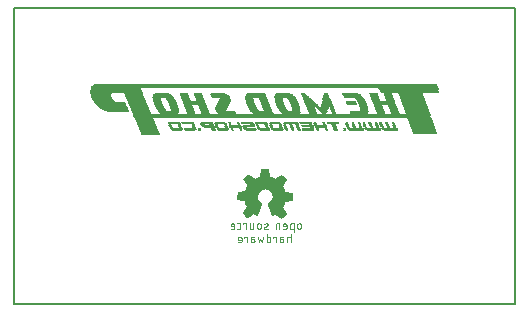
<source format=gbo>
G75*
%MOIN*%
%OFA0B0*%
%FSLAX25Y25*%
%IPPOS*%
%LPD*%
%AMOC8*
5,1,8,0,0,1.08239X$1,22.5*
%
%ADD10C,0.00600*%
%ADD11R,0.05100X0.00050*%
%ADD12R,0.06100X0.00050*%
%ADD13R,0.07650X0.00050*%
%ADD14R,0.06150X0.00050*%
%ADD15R,0.07700X0.00050*%
%ADD16R,0.06200X0.00050*%
%ADD17R,0.07750X0.00050*%
%ADD18R,0.06250X0.00050*%
%ADD19R,0.07800X0.00050*%
%ADD20R,0.04500X0.00050*%
%ADD21R,0.04550X0.00050*%
%ADD22R,0.00950X0.00050*%
%ADD23R,0.01050X0.00050*%
%ADD24R,0.03450X0.00050*%
%ADD25R,0.01000X0.00050*%
%ADD26R,0.02950X0.00050*%
%ADD27R,0.01100X0.00050*%
%ADD28R,0.03500X0.00050*%
%ADD29R,0.02900X0.00050*%
%ADD30R,0.04700X0.00050*%
%ADD31R,0.03700X0.00050*%
%ADD32R,0.03250X0.00050*%
%ADD33R,0.03600X0.00050*%
%ADD34R,0.03650X0.00050*%
%ADD35R,0.04800X0.00050*%
%ADD36R,0.03750X0.00050*%
%ADD37R,0.03400X0.00050*%
%ADD38R,0.04900X0.00050*%
%ADD39R,0.04850X0.00050*%
%ADD40R,0.03850X0.00050*%
%ADD41R,0.03550X0.00050*%
%ADD42R,0.03800X0.00050*%
%ADD43R,0.04950X0.00050*%
%ADD44R,0.05000X0.00050*%
%ADD45R,0.03950X0.00050*%
%ADD46R,0.03900X0.00050*%
%ADD47R,0.05050X0.00050*%
%ADD48R,0.04000X0.00050*%
%ADD49R,0.00900X0.00050*%
%ADD50R,0.07850X0.00050*%
%ADD51R,0.03200X0.00050*%
%ADD52R,0.04050X0.00050*%
%ADD53R,0.04100X0.00050*%
%ADD54R,0.03350X0.00050*%
%ADD55R,0.01200X0.00050*%
%ADD56R,0.01150X0.00050*%
%ADD57R,0.06300X0.00050*%
%ADD58R,0.03300X0.00050*%
%ADD59R,0.04650X0.00050*%
%ADD60R,0.98950X0.00050*%
%ADD61R,0.99000X0.00050*%
%ADD62R,0.99050X0.00050*%
%ADD63R,0.02650X0.00050*%
%ADD64R,0.05150X0.00050*%
%ADD65R,0.00650X0.00050*%
%ADD66R,0.06000X0.00050*%
%ADD67R,0.02600X0.00050*%
%ADD68R,0.04750X0.00050*%
%ADD69R,0.05250X0.00050*%
%ADD70R,0.00750X0.00050*%
%ADD71R,0.06050X0.00050*%
%ADD72R,0.05300X0.00050*%
%ADD73R,0.00800X0.00050*%
%ADD74R,0.05400X0.00050*%
%ADD75R,0.05500X0.00050*%
%ADD76R,0.02700X0.00050*%
%ADD77R,0.05550X0.00050*%
%ADD78R,0.06350X0.00050*%
%ADD79R,0.05650X0.00050*%
%ADD80R,0.06450X0.00050*%
%ADD81R,0.05600X0.00050*%
%ADD82R,0.05700X0.00050*%
%ADD83R,0.06500X0.00050*%
%ADD84R,0.05800X0.00050*%
%ADD85R,0.01300X0.00050*%
%ADD86R,0.06550X0.00050*%
%ADD87R,0.05750X0.00050*%
%ADD88R,0.02550X0.00050*%
%ADD89R,0.01350X0.00050*%
%ADD90R,0.05850X0.00050*%
%ADD91R,0.01400X0.00050*%
%ADD92R,0.06650X0.00050*%
%ADD93R,0.05900X0.00050*%
%ADD94R,0.01550X0.00050*%
%ADD95R,0.05950X0.00050*%
%ADD96R,0.06700X0.00050*%
%ADD97R,0.01600X0.00050*%
%ADD98R,0.01700X0.00050*%
%ADD99R,0.06800X0.00050*%
%ADD100R,0.01750X0.00050*%
%ADD101R,0.01850X0.00050*%
%ADD102R,0.06850X0.00050*%
%ADD103R,0.01900X0.00050*%
%ADD104R,0.06900X0.00050*%
%ADD105R,0.02000X0.00050*%
%ADD106R,0.06400X0.00050*%
%ADD107R,0.02100X0.00050*%
%ADD108R,0.06950X0.00050*%
%ADD109R,0.01250X0.00050*%
%ADD110R,0.02150X0.00050*%
%ADD111R,0.02250X0.00050*%
%ADD112R,0.06600X0.00050*%
%ADD113R,0.07000X0.00050*%
%ADD114R,0.02300X0.00050*%
%ADD115R,0.02350X0.00050*%
%ADD116R,0.02750X0.00050*%
%ADD117R,0.03100X0.00050*%
%ADD118R,0.03050X0.00050*%
%ADD119R,0.03000X0.00050*%
%ADD120R,0.02450X0.00050*%
%ADD121R,0.07300X0.00050*%
%ADD122R,0.02850X0.00050*%
%ADD123R,0.02800X0.00050*%
%ADD124R,0.07450X0.00050*%
%ADD125R,0.03150X0.00050*%
%ADD126R,0.07600X0.00050*%
%ADD127R,0.07950X0.00050*%
%ADD128R,0.08050X0.00050*%
%ADD129R,0.08150X0.00050*%
%ADD130R,0.08250X0.00050*%
%ADD131R,0.08300X0.00050*%
%ADD132R,0.08450X0.00050*%
%ADD133R,0.08500X0.00050*%
%ADD134R,0.08600X0.00050*%
%ADD135R,0.08650X0.00050*%
%ADD136R,0.08700X0.00050*%
%ADD137R,0.08750X0.00050*%
%ADD138R,0.08800X0.00050*%
%ADD139R,0.08900X0.00050*%
%ADD140R,0.08950X0.00050*%
%ADD141R,0.09000X0.00050*%
%ADD142R,0.09050X0.00050*%
%ADD143R,0.09150X0.00050*%
%ADD144R,0.09200X0.00050*%
%ADD145R,0.04150X0.00050*%
%ADD146R,0.09250X0.00050*%
%ADD147R,0.01450X0.00050*%
%ADD148R,0.09300X0.00050*%
%ADD149R,0.09350X0.00050*%
%ADD150R,0.09400X0.00050*%
%ADD151R,0.09450X0.00050*%
%ADD152R,0.01500X0.00050*%
%ADD153R,0.09500X0.00050*%
%ADD154R,0.09550X0.00050*%
%ADD155R,0.09600X0.00050*%
%ADD156R,0.09650X0.00050*%
%ADD157R,0.07350X0.00050*%
%ADD158R,0.09700X0.00050*%
%ADD159R,0.09750X0.00050*%
%ADD160R,0.07400X0.00050*%
%ADD161R,0.09800X0.00050*%
%ADD162R,0.04200X0.00050*%
%ADD163R,0.09850X0.00050*%
%ADD164R,0.09900X0.00050*%
%ADD165R,0.09950X0.00050*%
%ADD166R,0.00350X0.00050*%
%ADD167R,0.07550X0.00050*%
%ADD168R,0.07200X0.00050*%
%ADD169R,0.07050X0.00050*%
%ADD170R,0.06750X0.00050*%
%ADD171R,0.02500X0.00050*%
%ADD172R,0.02400X0.00050*%
%ADD173R,0.02200X0.00050*%
%ADD174R,0.02050X0.00050*%
%ADD175R,0.01950X0.00050*%
%ADD176R,0.07100X0.00050*%
%ADD177R,0.01800X0.00050*%
%ADD178R,0.01650X0.00050*%
%ADD179R,0.05450X0.00050*%
%ADD180R,0.05350X0.00050*%
%ADD181R,0.05200X0.00050*%
%ADD182R,0.04250X0.00050*%
%ADD183R,0.07900X0.00050*%
%ADD184R,0.07500X0.00050*%
%ADD185R,0.19200X0.00050*%
%ADD186R,0.17250X0.00050*%
%ADD187R,0.19400X0.00050*%
%ADD188R,0.17200X0.00050*%
%ADD189R,0.19550X0.00050*%
%ADD190R,0.19500X0.00050*%
%ADD191R,0.17150X0.00050*%
%ADD192R,0.19600X0.00050*%
%ADD193R,0.17100X0.00050*%
%ADD194R,0.17050X0.00050*%
%ADD195R,0.19650X0.00050*%
%ADD196R,0.17000X0.00050*%
%ADD197R,0.16950X0.00050*%
%ADD198R,0.16900X0.00050*%
%ADD199R,0.16800X0.00050*%
%ADD200R,0.19700X0.00050*%
%ADD201R,0.16750X0.00050*%
%ADD202R,0.16700X0.00050*%
%ADD203R,0.16650X0.00050*%
%ADD204R,0.16600X0.00050*%
%ADD205R,0.16550X0.00050*%
%ADD206R,0.16500X0.00050*%
%ADD207R,0.16450X0.00050*%
%ADD208R,0.16400X0.00050*%
%ADD209R,0.16350X0.00050*%
%ADD210R,0.16300X0.00050*%
%ADD211R,0.98400X0.00050*%
%ADD212R,0.16250X0.00050*%
%ADD213R,1.15350X0.00050*%
%ADD214R,1.15300X0.00050*%
%ADD215R,1.15250X0.00050*%
%ADD216R,1.15200X0.00050*%
%ADD217R,1.15100X0.00050*%
%ADD218R,1.15050X0.00050*%
%ADD219R,1.15000X0.00050*%
%ADD220R,1.14950X0.00050*%
%ADD221R,1.14900X0.00050*%
%ADD222R,1.14800X0.00050*%
%ADD223R,1.14750X0.00050*%
%ADD224R,1.14650X0.00050*%
%ADD225R,1.14550X0.00050*%
%ADD226R,1.14450X0.00050*%
%ADD227R,1.14300X0.00050*%
%ADD228R,1.14100X0.00050*%
%ADD229R,1.13900X0.00050*%
%ADD230R,1.13750X0.00050*%
%ADD231R,1.13450X0.00050*%
%ADD232R,1.12600X0.00050*%
%ADD233R,0.00050X0.00050*%
%ADD234C,0.00200*%
D10*
X0004069Y0007764D02*
X0004069Y0106189D01*
X0171392Y0106189D01*
X0171392Y0007764D01*
X0004069Y0007764D01*
D11*
X0049296Y0064065D03*
X0056096Y0070865D03*
X0053546Y0077365D03*
X0094096Y0077365D03*
X0096646Y0070865D03*
X0096496Y0067665D03*
X0096496Y0067615D03*
X0096496Y0067565D03*
X0096546Y0067515D03*
X0118046Y0065915D03*
X0123696Y0065965D03*
X0123746Y0065865D03*
X0129396Y0065915D03*
X0129396Y0065965D03*
X0116246Y0077565D03*
D12*
X0117046Y0076865D03*
X0117096Y0076815D03*
X0119196Y0071465D03*
X0119196Y0071415D03*
X0094296Y0076915D03*
X0084946Y0077465D03*
X0074796Y0071615D03*
X0074846Y0071515D03*
X0053746Y0076915D03*
X0049746Y0064165D03*
X0049796Y0064115D03*
D13*
X0141321Y0064315D03*
X0141371Y0064215D03*
D14*
X0119221Y0071515D03*
X0117171Y0076715D03*
X0117121Y0076765D03*
X0096471Y0071315D03*
X0087571Y0070765D03*
X0084921Y0077415D03*
X0074771Y0071665D03*
X0074821Y0071565D03*
X0055921Y0071315D03*
X0049671Y0064365D03*
X0049721Y0064265D03*
X0049721Y0064215D03*
D15*
X0141246Y0064465D03*
X0141296Y0064365D03*
X0141346Y0064265D03*
D16*
X0119196Y0071565D03*
X0119196Y0071615D03*
X0117246Y0076615D03*
X0117196Y0076665D03*
X0096446Y0071365D03*
X0094296Y0076865D03*
X0074746Y0071715D03*
X0055896Y0071365D03*
X0048446Y0067215D03*
X0048546Y0066965D03*
X0048596Y0066865D03*
X0048596Y0066815D03*
X0048646Y0066715D03*
X0048696Y0066615D03*
X0048746Y0066515D03*
X0048746Y0066465D03*
X0048796Y0066365D03*
X0048846Y0066265D03*
X0048896Y0066165D03*
X0048896Y0066115D03*
X0048946Y0066015D03*
X0048996Y0065915D03*
X0049046Y0065765D03*
X0049096Y0065665D03*
X0049146Y0065565D03*
X0049246Y0065315D03*
X0049596Y0064515D03*
X0049646Y0064465D03*
X0049646Y0064415D03*
X0049696Y0064315D03*
X0044546Y0076415D03*
X0053746Y0076865D03*
D17*
X0139621Y0068815D03*
X0139721Y0068565D03*
X0139771Y0068415D03*
X0139821Y0068265D03*
X0139871Y0068165D03*
X0139921Y0068015D03*
X0140971Y0065115D03*
X0141021Y0064965D03*
X0141121Y0064715D03*
X0141171Y0064615D03*
X0141171Y0064565D03*
X0141221Y0064515D03*
X0141271Y0064415D03*
D18*
X0119171Y0071665D03*
X0119171Y0071715D03*
X0117271Y0076565D03*
X0087521Y0070815D03*
X0084921Y0077365D03*
X0049571Y0064615D03*
X0049571Y0064565D03*
X0049521Y0064665D03*
X0049521Y0064715D03*
X0049471Y0064765D03*
X0049471Y0064815D03*
X0049471Y0064865D03*
X0049421Y0064915D03*
X0049421Y0064965D03*
X0049371Y0065015D03*
X0049371Y0065065D03*
X0049321Y0065115D03*
X0049321Y0065165D03*
X0049271Y0065215D03*
X0049271Y0065265D03*
X0049221Y0065365D03*
X0049221Y0065415D03*
X0049171Y0065465D03*
X0049171Y0065515D03*
X0049121Y0065615D03*
X0049071Y0065715D03*
X0049021Y0065815D03*
X0049021Y0065865D03*
X0048971Y0065965D03*
X0048921Y0066065D03*
X0048871Y0066215D03*
X0048821Y0066315D03*
X0048771Y0066415D03*
X0048721Y0066565D03*
X0048671Y0066665D03*
X0048621Y0066765D03*
X0048571Y0066915D03*
X0048521Y0067015D03*
X0048521Y0067065D03*
X0048471Y0067115D03*
X0048471Y0067165D03*
X0048421Y0067265D03*
X0048421Y0067315D03*
X0048371Y0067365D03*
X0048371Y0067415D03*
X0048321Y0067465D03*
X0048321Y0067515D03*
X0048321Y0067565D03*
X0048271Y0067615D03*
X0048271Y0067665D03*
X0048221Y0067715D03*
X0048221Y0067765D03*
X0048221Y0067815D03*
X0048171Y0067865D03*
X0048171Y0067915D03*
X0048121Y0068015D03*
X0048071Y0068115D03*
X0048071Y0068165D03*
X0048021Y0068265D03*
X0047971Y0068365D03*
X0047921Y0068515D03*
X0047871Y0068615D03*
X0047821Y0068715D03*
X0047771Y0068815D03*
X0047771Y0068865D03*
X0047721Y0068965D03*
X0047671Y0069065D03*
X0047621Y0069165D03*
X0047621Y0069215D03*
X0047571Y0069265D03*
X0047571Y0069315D03*
X0047521Y0069365D03*
X0047521Y0069415D03*
X0047021Y0070615D03*
X0046971Y0070765D03*
X0046921Y0070865D03*
X0046871Y0070965D03*
X0046821Y0071065D03*
X0046821Y0071115D03*
X0046771Y0071215D03*
X0046721Y0071315D03*
X0046671Y0071415D03*
X0046671Y0071465D03*
X0046621Y0071515D03*
X0046621Y0071565D03*
X0046571Y0071665D03*
X0046521Y0071765D03*
X0046521Y0071815D03*
X0046471Y0071865D03*
X0046471Y0071915D03*
X0046421Y0071965D03*
X0046421Y0072015D03*
X0046421Y0072065D03*
X0046371Y0072115D03*
X0046371Y0072165D03*
X0046321Y0072215D03*
X0046321Y0072265D03*
X0046271Y0072365D03*
X0046271Y0072415D03*
X0046221Y0072465D03*
X0046221Y0072515D03*
X0046171Y0072565D03*
X0046171Y0072615D03*
X0046121Y0072715D03*
X0046121Y0072765D03*
X0046071Y0072815D03*
X0046071Y0072865D03*
X0046021Y0072965D03*
X0046021Y0073015D03*
X0045971Y0073065D03*
X0045971Y0073115D03*
X0045921Y0073165D03*
X0045921Y0073215D03*
X0045871Y0073315D03*
X0045871Y0073365D03*
X0045821Y0073415D03*
X0045821Y0073465D03*
X0045771Y0073515D03*
X0045771Y0073565D03*
X0045721Y0073665D03*
X0045721Y0073715D03*
X0045671Y0073765D03*
X0045671Y0073815D03*
X0045621Y0073915D03*
X0045621Y0073965D03*
X0045571Y0074015D03*
X0045571Y0074065D03*
X0045521Y0074115D03*
X0045521Y0074165D03*
X0045471Y0074265D03*
X0045471Y0074315D03*
X0045421Y0074365D03*
X0045421Y0074415D03*
X0045371Y0074465D03*
X0045371Y0074515D03*
X0045321Y0074615D03*
X0045321Y0074665D03*
X0045271Y0074715D03*
X0045271Y0074765D03*
X0045221Y0074865D03*
X0045171Y0074965D03*
X0045171Y0075015D03*
X0045121Y0075065D03*
X0045121Y0075115D03*
X0045071Y0075165D03*
X0045071Y0075215D03*
X0045021Y0075315D03*
X0045021Y0075365D03*
X0044971Y0075415D03*
X0044971Y0075465D03*
X0044921Y0075515D03*
X0044921Y0075565D03*
X0044871Y0075615D03*
X0044871Y0075665D03*
X0044871Y0075715D03*
X0044821Y0075765D03*
X0044821Y0075815D03*
X0044771Y0075865D03*
X0044771Y0075915D03*
X0044721Y0075965D03*
X0044721Y0076015D03*
X0044721Y0076065D03*
X0044671Y0076115D03*
X0044671Y0076165D03*
X0044621Y0076215D03*
X0044621Y0076265D03*
X0044571Y0076315D03*
X0044571Y0076365D03*
X0044521Y0076465D03*
X0044521Y0076515D03*
X0044471Y0076565D03*
X0044471Y0076615D03*
X0044421Y0076665D03*
X0044421Y0076715D03*
X0044421Y0076765D03*
X0044371Y0076815D03*
X0044371Y0076865D03*
X0044321Y0076915D03*
X0044321Y0076965D03*
X0044271Y0077015D03*
X0044271Y0077065D03*
X0044271Y0077115D03*
X0044221Y0077165D03*
X0044221Y0077215D03*
X0044171Y0077265D03*
X0044171Y0077315D03*
X0044121Y0077415D03*
X0044121Y0077465D03*
X0044071Y0077515D03*
X0044071Y0077565D03*
X0044021Y0077615D03*
X0044021Y0077665D03*
X0043971Y0077765D03*
X0043971Y0077815D03*
X0043921Y0077865D03*
D19*
X0038446Y0071965D03*
X0136396Y0077715D03*
X0136396Y0077765D03*
X0136446Y0077615D03*
X0136446Y0077565D03*
X0136496Y0077515D03*
X0136496Y0077465D03*
X0136546Y0077365D03*
X0136546Y0077315D03*
X0136596Y0077215D03*
X0136596Y0077165D03*
X0136646Y0077065D03*
X0136696Y0076965D03*
X0136696Y0076915D03*
X0136746Y0076815D03*
X0136746Y0076765D03*
X0136796Y0076665D03*
X0136846Y0076515D03*
X0136896Y0076415D03*
X0136896Y0076365D03*
X0136946Y0076265D03*
X0136946Y0076215D03*
X0136996Y0076115D03*
X0137046Y0075965D03*
X0137096Y0075865D03*
X0137096Y0075815D03*
X0137146Y0075715D03*
X0137196Y0075565D03*
X0137246Y0075465D03*
X0137246Y0075415D03*
X0137296Y0075315D03*
X0137346Y0075165D03*
X0137396Y0075015D03*
X0137446Y0074915D03*
X0137496Y0074765D03*
X0137546Y0074615D03*
X0137596Y0074465D03*
X0137646Y0074365D03*
X0137696Y0074215D03*
X0137746Y0074065D03*
X0137846Y0073815D03*
X0137896Y0073665D03*
X0138046Y0073265D03*
X0138096Y0073115D03*
X0138146Y0072965D03*
X0138246Y0072715D03*
X0138296Y0072565D03*
X0138346Y0072415D03*
X0138446Y0072165D03*
X0138496Y0072015D03*
X0138546Y0071865D03*
X0138596Y0071765D03*
X0138646Y0071615D03*
X0138696Y0071465D03*
X0138746Y0071315D03*
X0138796Y0071215D03*
X0138796Y0071165D03*
X0138846Y0071065D03*
X0138846Y0071015D03*
X0138896Y0070915D03*
X0138946Y0070765D03*
X0138996Y0070665D03*
X0138996Y0070615D03*
X0139396Y0069465D03*
X0139446Y0069365D03*
X0139446Y0069315D03*
X0139496Y0069215D03*
X0139496Y0069165D03*
X0139546Y0069115D03*
X0139546Y0069065D03*
X0139546Y0069015D03*
X0139596Y0068965D03*
X0139596Y0068915D03*
X0139596Y0068865D03*
X0139646Y0068765D03*
X0139646Y0068715D03*
X0139696Y0068665D03*
X0139696Y0068615D03*
X0139746Y0068515D03*
X0139746Y0068465D03*
X0139796Y0068365D03*
X0139796Y0068315D03*
X0139846Y0068215D03*
X0139896Y0068115D03*
X0139896Y0068065D03*
X0139946Y0067965D03*
X0139946Y0067915D03*
X0139996Y0067865D03*
X0139996Y0067815D03*
X0139996Y0067765D03*
X0140046Y0067715D03*
X0140046Y0067665D03*
X0140096Y0067615D03*
X0140096Y0067565D03*
X0140096Y0067515D03*
X0140146Y0067465D03*
X0140146Y0067415D03*
X0140196Y0067315D03*
X0140196Y0067265D03*
X0140246Y0067165D03*
X0140296Y0067065D03*
X0140296Y0067015D03*
X0140346Y0066915D03*
X0140396Y0066765D03*
X0140446Y0066615D03*
X0140496Y0066515D03*
X0140496Y0066465D03*
X0140546Y0066365D03*
X0140546Y0066315D03*
X0140596Y0066215D03*
X0140596Y0066165D03*
X0140646Y0066065D03*
X0140696Y0065965D03*
X0140696Y0065915D03*
X0140696Y0065865D03*
X0140746Y0065815D03*
X0140746Y0065765D03*
X0140746Y0065715D03*
X0140796Y0065665D03*
X0140796Y0065615D03*
X0140796Y0065565D03*
X0140846Y0065515D03*
X0140846Y0065465D03*
X0140846Y0065415D03*
X0140896Y0065365D03*
X0140896Y0065315D03*
X0140896Y0065265D03*
X0140946Y0065215D03*
X0140946Y0065165D03*
X0140996Y0065065D03*
X0140996Y0065015D03*
X0141046Y0064915D03*
X0141046Y0064865D03*
X0141096Y0064815D03*
X0141096Y0064765D03*
X0141146Y0064665D03*
D20*
X0129896Y0065415D03*
X0096696Y0070615D03*
X0096696Y0070665D03*
X0093996Y0077515D03*
X0056146Y0070665D03*
X0056146Y0070615D03*
X0053446Y0077515D03*
D21*
X0118521Y0065415D03*
X0124171Y0065415D03*
D22*
X0123621Y0066065D03*
X0123621Y0066115D03*
X0123621Y0066165D03*
X0123571Y0066215D03*
X0123571Y0066265D03*
X0123521Y0066315D03*
X0123521Y0066365D03*
X0123521Y0066415D03*
X0123471Y0066465D03*
X0123471Y0066515D03*
X0123421Y0066565D03*
X0123421Y0066615D03*
X0123421Y0066665D03*
X0123371Y0066715D03*
X0123371Y0066765D03*
X0123321Y0066815D03*
X0123321Y0066865D03*
X0123271Y0066965D03*
X0123271Y0067015D03*
X0123221Y0067065D03*
X0123221Y0067115D03*
X0123171Y0067215D03*
X0123171Y0067265D03*
X0123121Y0067315D03*
X0123121Y0067365D03*
X0123071Y0067465D03*
X0123071Y0067515D03*
X0123021Y0067565D03*
X0123021Y0067615D03*
X0122971Y0067715D03*
X0122971Y0067765D03*
X0122921Y0067815D03*
X0122921Y0067865D03*
X0122871Y0067965D03*
X0122871Y0068015D03*
X0121071Y0067315D03*
X0121071Y0067265D03*
X0121071Y0067215D03*
X0121121Y0067165D03*
X0121121Y0067115D03*
X0121171Y0067065D03*
X0121171Y0067015D03*
X0121221Y0066915D03*
X0121221Y0066865D03*
X0121271Y0066815D03*
X0121271Y0066765D03*
X0121321Y0066665D03*
X0121321Y0066615D03*
X0121371Y0066565D03*
X0121371Y0066515D03*
X0121421Y0066465D03*
X0121421Y0066415D03*
X0121421Y0066365D03*
X0121471Y0066315D03*
X0121471Y0066265D03*
X0121521Y0066215D03*
X0121521Y0066165D03*
X0121571Y0066065D03*
X0121021Y0067365D03*
X0121021Y0067415D03*
X0120971Y0067465D03*
X0120971Y0067515D03*
X0120971Y0067565D03*
X0120921Y0067615D03*
X0120921Y0067665D03*
X0120871Y0067715D03*
X0120871Y0067765D03*
X0120871Y0067815D03*
X0120821Y0067865D03*
X0120821Y0067915D03*
X0120771Y0067965D03*
X0120771Y0068015D03*
X0119521Y0067415D03*
X0119521Y0067365D03*
X0119521Y0067315D03*
X0119571Y0067265D03*
X0119571Y0067215D03*
X0119621Y0067165D03*
X0119621Y0067115D03*
X0119621Y0067065D03*
X0119671Y0067015D03*
X0119671Y0066965D03*
X0119721Y0066915D03*
X0119721Y0066865D03*
X0119721Y0066815D03*
X0119771Y0066765D03*
X0119771Y0066715D03*
X0119821Y0066665D03*
X0119821Y0066615D03*
X0119821Y0066565D03*
X0119871Y0066515D03*
X0119871Y0066465D03*
X0119921Y0066415D03*
X0119921Y0066365D03*
X0119971Y0066265D03*
X0119971Y0066215D03*
X0120021Y0066165D03*
X0120021Y0066115D03*
X0119471Y0067465D03*
X0119471Y0067515D03*
X0119421Y0067565D03*
X0119421Y0067615D03*
X0119421Y0067665D03*
X0119371Y0067715D03*
X0119371Y0067765D03*
X0119321Y0067815D03*
X0119321Y0067865D03*
X0119321Y0067915D03*
X0119271Y0067965D03*
X0119271Y0068015D03*
X0117471Y0067315D03*
X0117471Y0067265D03*
X0117471Y0067215D03*
X0117521Y0067165D03*
X0117521Y0067115D03*
X0117571Y0067065D03*
X0117571Y0067015D03*
X0117621Y0066915D03*
X0117621Y0066865D03*
X0117671Y0066815D03*
X0117671Y0066765D03*
X0117721Y0066665D03*
X0117721Y0066615D03*
X0117771Y0066565D03*
X0117771Y0066515D03*
X0117821Y0066415D03*
X0117821Y0066365D03*
X0117871Y0066315D03*
X0117871Y0066265D03*
X0117921Y0066215D03*
X0117921Y0066165D03*
X0117921Y0066115D03*
X0117971Y0066065D03*
X0117971Y0066015D03*
X0117421Y0067365D03*
X0117421Y0067415D03*
X0117371Y0067465D03*
X0117371Y0067515D03*
X0117371Y0067565D03*
X0117321Y0067615D03*
X0117321Y0067665D03*
X0117271Y0067715D03*
X0117271Y0067765D03*
X0117271Y0067815D03*
X0117221Y0067865D03*
X0117221Y0067915D03*
X0117171Y0067965D03*
X0117171Y0068015D03*
X0115371Y0067365D03*
X0115371Y0067315D03*
X0115321Y0067415D03*
X0115321Y0067465D03*
X0115271Y0067565D03*
X0115271Y0067615D03*
X0115221Y0067665D03*
X0115221Y0067715D03*
X0115171Y0067815D03*
X0115171Y0067865D03*
X0115121Y0067915D03*
X0115121Y0067965D03*
X0115071Y0068015D03*
X0115421Y0067215D03*
X0115421Y0067165D03*
X0115471Y0067115D03*
X0115471Y0067065D03*
X0115521Y0066965D03*
X0115521Y0066915D03*
X0115571Y0066865D03*
X0115571Y0066815D03*
X0115621Y0066715D03*
X0115621Y0066665D03*
X0115671Y0066615D03*
X0115671Y0066565D03*
X0115721Y0066515D03*
X0115721Y0066465D03*
X0115721Y0066415D03*
X0115771Y0066365D03*
X0115771Y0066315D03*
X0115821Y0066265D03*
X0115821Y0066215D03*
X0115871Y0066115D03*
X0115921Y0066015D03*
X0114571Y0065565D03*
X0114571Y0065515D03*
X0114521Y0065615D03*
X0114521Y0065665D03*
X0114471Y0065715D03*
X0114471Y0065765D03*
X0114421Y0065865D03*
X0114421Y0065915D03*
X0114371Y0065965D03*
X0114371Y0066015D03*
X0114621Y0065415D03*
X0108471Y0065415D03*
X0108471Y0065465D03*
X0108421Y0065515D03*
X0108421Y0065565D03*
X0108371Y0065615D03*
X0108371Y0065665D03*
X0108371Y0065715D03*
X0108321Y0065765D03*
X0108321Y0065815D03*
X0108271Y0065865D03*
X0108271Y0065915D03*
X0108271Y0065965D03*
X0108221Y0066015D03*
X0108221Y0066065D03*
X0108171Y0066115D03*
X0108171Y0066165D03*
X0108171Y0066215D03*
X0108121Y0066265D03*
X0108121Y0066315D03*
X0108071Y0066365D03*
X0107821Y0067015D03*
X0107821Y0067065D03*
X0107771Y0067115D03*
X0107771Y0067165D03*
X0107721Y0067265D03*
X0107721Y0067315D03*
X0107671Y0067365D03*
X0107671Y0067415D03*
X0107621Y0067515D03*
X0107571Y0067615D03*
X0107571Y0067665D03*
X0107521Y0067765D03*
X0107471Y0067865D03*
X0107421Y0068015D03*
X0104921Y0067115D03*
X0104921Y0067065D03*
X0104871Y0067165D03*
X0104871Y0067215D03*
X0104821Y0067315D03*
X0104821Y0067365D03*
X0104771Y0067415D03*
X0104771Y0067465D03*
X0104721Y0067565D03*
X0104721Y0067615D03*
X0104671Y0067665D03*
X0104671Y0067715D03*
X0104621Y0067815D03*
X0104621Y0067865D03*
X0104571Y0067915D03*
X0104571Y0067965D03*
X0104521Y0068015D03*
X0103221Y0067465D03*
X0103221Y0067415D03*
X0103171Y0067515D03*
X0103371Y0067115D03*
X0103621Y0066515D03*
X0103671Y0066465D03*
X0103671Y0066415D03*
X0103721Y0066315D03*
X0103721Y0066265D03*
X0103771Y0066215D03*
X0103771Y0066165D03*
X0103771Y0066115D03*
X0103821Y0066065D03*
X0103821Y0066015D03*
X0105221Y0066265D03*
X0105221Y0066315D03*
X0105221Y0066365D03*
X0105271Y0066215D03*
X0105271Y0066165D03*
X0105321Y0066115D03*
X0105321Y0066065D03*
X0105321Y0066015D03*
X0105371Y0065965D03*
X0105371Y0065915D03*
X0105421Y0065865D03*
X0105421Y0065815D03*
X0105421Y0065765D03*
X0105471Y0065715D03*
X0105471Y0065665D03*
X0105521Y0065615D03*
X0105521Y0065565D03*
X0105571Y0065465D03*
X0105571Y0065415D03*
X0099421Y0065465D03*
X0099421Y0065515D03*
X0099371Y0065615D03*
X0099321Y0065715D03*
X0099321Y0065765D03*
X0099271Y0065815D03*
X0099271Y0065865D03*
X0099221Y0065965D03*
X0099221Y0066015D03*
X0099171Y0066065D03*
X0099171Y0066115D03*
X0099121Y0066215D03*
X0099121Y0066265D03*
X0099071Y0066315D03*
X0099071Y0066365D03*
X0099021Y0066465D03*
X0099021Y0066515D03*
X0098971Y0066565D03*
X0098971Y0066615D03*
X0098921Y0066715D03*
X0098921Y0066765D03*
X0098871Y0066815D03*
X0098871Y0066865D03*
X0098821Y0066965D03*
X0098821Y0067015D03*
X0098771Y0067065D03*
X0098771Y0067115D03*
X0098721Y0067215D03*
X0098721Y0067265D03*
X0098671Y0067315D03*
X0098671Y0067365D03*
X0098621Y0067465D03*
X0096821Y0066815D03*
X0096821Y0066765D03*
X0096771Y0066865D03*
X0096771Y0066915D03*
X0096721Y0067015D03*
X0096721Y0067065D03*
X0096671Y0067115D03*
X0096671Y0067165D03*
X0096621Y0067215D03*
X0096621Y0067265D03*
X0096621Y0067315D03*
X0096571Y0067365D03*
X0096571Y0067415D03*
X0096871Y0066665D03*
X0096871Y0066615D03*
X0096921Y0066565D03*
X0096921Y0066515D03*
X0096971Y0066415D03*
X0096971Y0066365D03*
X0097021Y0066315D03*
X0097021Y0066265D03*
X0097071Y0066165D03*
X0097071Y0066115D03*
X0097121Y0066065D03*
X0097121Y0066015D03*
X0097171Y0065915D03*
X0097171Y0065865D03*
X0097221Y0065815D03*
X0097221Y0065765D03*
X0097271Y0065665D03*
X0097271Y0065615D03*
X0097321Y0065565D03*
X0097321Y0065515D03*
X0097371Y0065465D03*
X0097371Y0065415D03*
X0095271Y0065415D03*
X0095271Y0065465D03*
X0095221Y0065565D03*
X0095221Y0065615D03*
X0095171Y0065665D03*
X0095171Y0065715D03*
X0095121Y0065815D03*
X0095121Y0065865D03*
X0095071Y0065915D03*
X0095071Y0065965D03*
X0095021Y0066065D03*
X0094971Y0066165D03*
X0094971Y0066215D03*
X0094921Y0066315D03*
X0094871Y0066415D03*
X0094871Y0066465D03*
X0094821Y0066565D03*
X0094771Y0066665D03*
X0094771Y0066715D03*
X0094721Y0066815D03*
X0094671Y0066915D03*
X0094671Y0066965D03*
X0094621Y0067015D03*
X0094621Y0067065D03*
X0094621Y0067115D03*
X0094571Y0067165D03*
X0094571Y0067215D03*
X0094521Y0067265D03*
X0094521Y0067315D03*
X0094521Y0067365D03*
X0094471Y0067415D03*
X0094471Y0067465D03*
X0093171Y0066965D03*
X0093171Y0066915D03*
X0093121Y0067015D03*
X0093121Y0067065D03*
X0093071Y0067115D03*
X0093071Y0067165D03*
X0093021Y0067265D03*
X0092971Y0067365D03*
X0093221Y0066815D03*
X0093221Y0066765D03*
X0093271Y0066715D03*
X0093271Y0066665D03*
X0093321Y0066565D03*
X0093321Y0066515D03*
X0093371Y0066465D03*
X0093371Y0066415D03*
X0093421Y0066315D03*
X0093421Y0066265D03*
X0093471Y0066165D03*
X0093471Y0066115D03*
X0093521Y0066015D03*
X0090471Y0066015D03*
X0090421Y0066065D03*
X0090421Y0066115D03*
X0090371Y0066165D03*
X0090371Y0066215D03*
X0090321Y0066265D03*
X0090321Y0066315D03*
X0090271Y0066415D03*
X0090271Y0066465D03*
X0090221Y0066515D03*
X0090221Y0066565D03*
X0090171Y0066665D03*
X0090121Y0066765D03*
X0090071Y0066915D03*
X0090021Y0067015D03*
X0090021Y0067065D03*
X0089971Y0067165D03*
X0089971Y0067215D03*
X0089921Y0067265D03*
X0089921Y0067315D03*
X0089871Y0067415D03*
X0089871Y0067465D03*
X0088521Y0066965D03*
X0088521Y0066915D03*
X0088571Y0066815D03*
X0088621Y0066715D03*
X0088621Y0066665D03*
X0088671Y0066565D03*
X0088721Y0066465D03*
X0088721Y0066415D03*
X0088771Y0066315D03*
X0088821Y0066215D03*
X0088821Y0066165D03*
X0088871Y0066065D03*
X0088471Y0067065D03*
X0088421Y0067165D03*
X0088421Y0067215D03*
X0088371Y0067315D03*
X0088321Y0067415D03*
X0088321Y0067465D03*
X0085671Y0066365D03*
X0085621Y0066465D03*
X0085571Y0066565D03*
X0085571Y0066615D03*
X0085521Y0066715D03*
X0085471Y0066815D03*
X0085471Y0066865D03*
X0085421Y0066965D03*
X0085371Y0067065D03*
X0085371Y0067115D03*
X0085321Y0067215D03*
X0083921Y0067065D03*
X0083871Y0067165D03*
X0079871Y0065665D03*
X0079871Y0065615D03*
X0079871Y0065565D03*
X0079921Y0065515D03*
X0079921Y0065465D03*
X0079971Y0065415D03*
X0079821Y0065715D03*
X0079821Y0065765D03*
X0079771Y0065815D03*
X0079771Y0065865D03*
X0079771Y0065915D03*
X0079721Y0065965D03*
X0079721Y0066015D03*
X0079671Y0066065D03*
X0079671Y0066115D03*
X0079671Y0066165D03*
X0079621Y0066215D03*
X0079621Y0066265D03*
X0079571Y0066315D03*
X0079571Y0066365D03*
X0079271Y0067065D03*
X0079271Y0067115D03*
X0079271Y0067165D03*
X0079221Y0067215D03*
X0079221Y0067265D03*
X0079171Y0067315D03*
X0079171Y0067365D03*
X0079121Y0067465D03*
X0079121Y0067515D03*
X0079071Y0067565D03*
X0079071Y0067615D03*
X0079021Y0067715D03*
X0079021Y0067765D03*
X0078971Y0067815D03*
X0078971Y0067865D03*
X0078921Y0067965D03*
X0078871Y0068065D03*
X0076421Y0067065D03*
X0076421Y0067015D03*
X0076371Y0067115D03*
X0076371Y0067165D03*
X0076321Y0067215D03*
X0076321Y0067265D03*
X0076321Y0067315D03*
X0076271Y0067365D03*
X0076271Y0067415D03*
X0076221Y0067465D03*
X0076221Y0067515D03*
X0076221Y0067565D03*
X0076171Y0067615D03*
X0076171Y0067665D03*
X0076121Y0067715D03*
X0076121Y0067765D03*
X0076121Y0067815D03*
X0076071Y0067865D03*
X0076071Y0067915D03*
X0076021Y0067965D03*
X0076021Y0068015D03*
X0074771Y0067365D03*
X0074721Y0067465D03*
X0074821Y0067265D03*
X0074821Y0067215D03*
X0074871Y0067165D03*
X0074871Y0067115D03*
X0074921Y0067065D03*
X0074921Y0067015D03*
X0074921Y0066965D03*
X0074971Y0066915D03*
X0074971Y0066865D03*
X0075021Y0066815D03*
X0075021Y0066765D03*
X0075071Y0066665D03*
X0075121Y0066565D03*
X0075121Y0066515D03*
X0075171Y0066415D03*
X0075171Y0066365D03*
X0075221Y0066315D03*
X0075221Y0066265D03*
X0075221Y0066215D03*
X0075271Y0066165D03*
X0075271Y0066115D03*
X0076721Y0066265D03*
X0076721Y0066315D03*
X0076771Y0066165D03*
X0076771Y0066115D03*
X0076821Y0066065D03*
X0076821Y0066015D03*
X0076871Y0065965D03*
X0076871Y0065915D03*
X0076871Y0065865D03*
X0076921Y0065815D03*
X0076921Y0065765D03*
X0076971Y0065715D03*
X0076971Y0065665D03*
X0076971Y0065615D03*
X0077021Y0065565D03*
X0077021Y0065515D03*
X0077071Y0065465D03*
X0077071Y0065415D03*
X0072221Y0066065D03*
X0072171Y0066165D03*
X0072171Y0066215D03*
X0072121Y0066265D03*
X0072121Y0066315D03*
X0072071Y0066365D03*
X0072071Y0066415D03*
X0072021Y0066515D03*
X0072021Y0066565D03*
X0071971Y0066615D03*
X0071971Y0066665D03*
X0071921Y0066765D03*
X0071871Y0066865D03*
X0071871Y0066915D03*
X0071821Y0067015D03*
X0071771Y0067115D03*
X0071771Y0067165D03*
X0071721Y0067215D03*
X0071721Y0067265D03*
X0071721Y0067315D03*
X0071671Y0067365D03*
X0071671Y0067415D03*
X0071671Y0067465D03*
X0066271Y0065515D03*
X0066271Y0065465D03*
X0066221Y0065565D03*
X0066221Y0065615D03*
X0066171Y0065715D03*
X0066171Y0065765D03*
X0066121Y0065815D03*
X0066121Y0065865D03*
X0066071Y0065915D03*
X0066071Y0065965D03*
X0064471Y0066015D03*
X0064471Y0066065D03*
X0064471Y0066115D03*
X0064471Y0066165D03*
X0064421Y0066215D03*
X0064421Y0066265D03*
X0064371Y0066365D03*
X0064371Y0066415D03*
X0064321Y0066515D03*
X0064271Y0066615D03*
X0064271Y0066665D03*
X0064221Y0066765D03*
X0064171Y0066865D03*
X0064171Y0066915D03*
X0064121Y0066965D03*
X0064121Y0067015D03*
X0064071Y0067115D03*
X0064071Y0067165D03*
X0064021Y0067215D03*
X0064021Y0067265D03*
X0063971Y0067315D03*
X0063971Y0067365D03*
X0063921Y0067465D03*
X0059871Y0066115D03*
X0059871Y0066065D03*
X0059871Y0066015D03*
X0059821Y0066165D03*
X0059821Y0066215D03*
X0059821Y0066265D03*
X0059771Y0066315D03*
X0059771Y0066365D03*
X0059721Y0066465D03*
X0059721Y0066515D03*
X0059671Y0066615D03*
X0059621Y0066715D03*
X0059621Y0066765D03*
X0059571Y0066865D03*
X0059521Y0066965D03*
X0059471Y0067065D03*
X0059471Y0067115D03*
X0059421Y0067165D03*
X0059421Y0067215D03*
X0059371Y0067265D03*
X0059371Y0067315D03*
X0059321Y0067415D03*
X0056771Y0066165D03*
X0056771Y0066115D03*
X0056821Y0066065D03*
X0056821Y0066015D03*
X0056721Y0066265D03*
X0056721Y0066315D03*
X0056671Y0066365D03*
X0056671Y0066415D03*
X0056621Y0066465D03*
X0056621Y0066515D03*
X0056571Y0066615D03*
X0056571Y0066665D03*
X0056521Y0066715D03*
X0056521Y0066765D03*
X0056471Y0066865D03*
X0056471Y0066915D03*
X0056421Y0066965D03*
X0056421Y0067015D03*
X0056371Y0067115D03*
X0056371Y0067165D03*
X0056321Y0067215D03*
X0056321Y0067265D03*
X0056321Y0067315D03*
X0056271Y0067365D03*
X0056271Y0067415D03*
X0056271Y0067465D03*
X0107771Y0070815D03*
X0124921Y0068065D03*
X0124921Y0068015D03*
X0124971Y0067965D03*
X0124971Y0067915D03*
X0125021Y0067815D03*
X0125021Y0067765D03*
X0125071Y0067715D03*
X0125071Y0067665D03*
X0125121Y0067615D03*
X0125121Y0067565D03*
X0125121Y0067515D03*
X0125171Y0067465D03*
X0125171Y0067415D03*
X0125221Y0067365D03*
X0125221Y0067315D03*
X0125271Y0067215D03*
X0125271Y0067165D03*
X0125321Y0067115D03*
X0125321Y0067065D03*
X0125371Y0066965D03*
X0125371Y0066915D03*
X0125421Y0066865D03*
X0125421Y0066815D03*
X0125471Y0066715D03*
X0125471Y0066665D03*
X0125521Y0066615D03*
X0125521Y0066565D03*
X0125571Y0066465D03*
X0125571Y0066415D03*
X0125621Y0066365D03*
X0125621Y0066315D03*
X0125671Y0066215D03*
X0125671Y0066165D03*
X0125721Y0066115D03*
X0125721Y0066065D03*
X0127021Y0066565D03*
X0127021Y0066615D03*
X0126971Y0066715D03*
X0126971Y0066765D03*
X0126921Y0066815D03*
X0126921Y0066865D03*
X0126871Y0066965D03*
X0126871Y0067015D03*
X0126821Y0067065D03*
X0126821Y0067115D03*
X0126771Y0067215D03*
X0126771Y0067265D03*
X0126721Y0067315D03*
X0126721Y0067365D03*
X0126671Y0067465D03*
X0126671Y0067515D03*
X0126621Y0067565D03*
X0126621Y0067615D03*
X0126571Y0067715D03*
X0126571Y0067765D03*
X0126521Y0067815D03*
X0126521Y0067865D03*
X0126471Y0067965D03*
X0126471Y0068015D03*
X0127071Y0066515D03*
X0127071Y0066465D03*
X0127121Y0066415D03*
X0127121Y0066365D03*
X0127121Y0066315D03*
X0127171Y0066265D03*
X0127171Y0066215D03*
X0127221Y0066165D03*
X0127221Y0066115D03*
X0127271Y0066015D03*
X0129021Y0066765D03*
X0129021Y0066815D03*
X0128971Y0066915D03*
X0128971Y0066965D03*
X0128921Y0067015D03*
X0128921Y0067065D03*
X0128871Y0067165D03*
X0128871Y0067215D03*
X0128821Y0067265D03*
X0128821Y0067315D03*
X0128771Y0067415D03*
X0128771Y0067465D03*
X0128721Y0067515D03*
X0128721Y0067565D03*
X0128671Y0067665D03*
X0128671Y0067715D03*
X0128621Y0067765D03*
X0128621Y0067815D03*
X0128571Y0067915D03*
X0128571Y0067965D03*
X0128521Y0068015D03*
X0129071Y0066715D03*
X0129071Y0066665D03*
X0129121Y0066565D03*
X0129121Y0066515D03*
X0129171Y0066465D03*
X0129171Y0066415D03*
X0129221Y0066315D03*
X0129221Y0066265D03*
X0129271Y0066215D03*
X0129271Y0066165D03*
X0129321Y0066115D03*
X0129321Y0066065D03*
X0129321Y0066015D03*
X0131171Y0066615D03*
X0131171Y0066665D03*
X0131121Y0066765D03*
X0131121Y0066815D03*
X0131071Y0066865D03*
X0131071Y0066915D03*
X0131021Y0067015D03*
X0131021Y0067065D03*
X0130971Y0067115D03*
X0130971Y0067165D03*
X0130921Y0067215D03*
X0130921Y0067265D03*
X0130921Y0067315D03*
X0130871Y0067365D03*
X0130871Y0067415D03*
X0130821Y0067465D03*
X0130821Y0067515D03*
X0130821Y0067565D03*
X0130771Y0067615D03*
X0130771Y0067665D03*
X0130721Y0067715D03*
X0130721Y0067765D03*
X0130671Y0067865D03*
X0130621Y0067965D03*
X0130621Y0068015D03*
X0131221Y0066565D03*
X0131221Y0066515D03*
X0131271Y0066415D03*
X0131271Y0066365D03*
X0131321Y0066315D03*
X0131321Y0066265D03*
X0131371Y0066165D03*
X0131371Y0066115D03*
X0131421Y0066065D03*
X0131421Y0066015D03*
D23*
X0111521Y0065465D03*
X0111521Y0065415D03*
X0111471Y0065565D03*
X0111421Y0065665D03*
X0111371Y0065815D03*
X0111321Y0065915D03*
X0111271Y0066065D03*
X0111221Y0066165D03*
X0111171Y0066315D03*
X0111121Y0066415D03*
X0111071Y0066565D03*
X0111021Y0066665D03*
X0110971Y0066765D03*
X0110971Y0066815D03*
X0110921Y0066915D03*
X0110871Y0067015D03*
X0110821Y0067165D03*
X0110771Y0067265D03*
X0110721Y0067415D03*
X0103371Y0067065D03*
X0107721Y0070915D03*
X0100621Y0077565D03*
X0100571Y0077615D03*
X0083771Y0067365D03*
X0083771Y0067315D03*
X0083821Y0067265D03*
X0083721Y0067415D03*
X0081121Y0066515D03*
X0081121Y0066465D03*
X0081121Y0066415D03*
X0081121Y0066365D03*
X0081171Y0066315D03*
X0081171Y0066265D03*
X0081221Y0066165D03*
X0081221Y0066115D03*
X0081271Y0066065D03*
X0081271Y0066015D03*
X0081321Y0065965D03*
X0070871Y0065465D03*
X0070821Y0065565D03*
X0070771Y0065715D03*
X0070721Y0065815D03*
X0070671Y0065915D03*
X0070671Y0065965D03*
X0070621Y0066065D03*
X0070571Y0066165D03*
X0070571Y0066215D03*
X0070521Y0066315D03*
X0070271Y0067015D03*
X0070221Y0067165D03*
X0070171Y0067215D03*
X0070171Y0067265D03*
X0070121Y0067315D03*
X0067221Y0067015D03*
X0067171Y0067115D03*
X0067071Y0067365D03*
D24*
X0072971Y0067965D03*
X0073971Y0065515D03*
X0082271Y0066565D03*
X0083371Y0065415D03*
X0087921Y0065415D03*
X0091171Y0067965D03*
X0092171Y0065515D03*
X0102221Y0065415D03*
X0107171Y0072465D03*
X0108471Y0074365D03*
X0108471Y0074415D03*
X0103071Y0074315D03*
X0103021Y0074365D03*
X0116521Y0074915D03*
X0116571Y0074815D03*
X0116571Y0074765D03*
X0116621Y0074715D03*
X0116621Y0074665D03*
X0116621Y0074615D03*
X0116671Y0074565D03*
X0116671Y0074515D03*
X0116721Y0074365D03*
X0074671Y0075815D03*
X0074671Y0075865D03*
X0073171Y0072215D03*
X0057571Y0067965D03*
D25*
X0056396Y0067065D03*
X0056496Y0066815D03*
X0056596Y0066565D03*
X0059496Y0067015D03*
X0059546Y0066915D03*
X0059596Y0066815D03*
X0059646Y0066665D03*
X0059696Y0066565D03*
X0059746Y0066415D03*
X0064096Y0067065D03*
X0064196Y0066815D03*
X0064246Y0066715D03*
X0064296Y0066565D03*
X0064346Y0066465D03*
X0064396Y0066315D03*
X0066196Y0065665D03*
X0066296Y0065415D03*
X0070246Y0067065D03*
X0070246Y0067115D03*
X0071796Y0067065D03*
X0071846Y0066965D03*
X0071896Y0066815D03*
X0071946Y0066715D03*
X0072046Y0066465D03*
X0075046Y0066715D03*
X0075096Y0066615D03*
X0075146Y0066465D03*
X0076696Y0066365D03*
X0079296Y0067015D03*
X0083846Y0067215D03*
X0088346Y0067365D03*
X0088396Y0067265D03*
X0088446Y0067115D03*
X0088496Y0067015D03*
X0088546Y0066865D03*
X0088596Y0066765D03*
X0088646Y0066615D03*
X0088696Y0066515D03*
X0088746Y0066365D03*
X0088796Y0066265D03*
X0088846Y0066115D03*
X0088896Y0066015D03*
X0090196Y0066615D03*
X0090146Y0066715D03*
X0090096Y0066815D03*
X0090096Y0066865D03*
X0090046Y0066965D03*
X0089996Y0067115D03*
X0090296Y0066365D03*
X0093196Y0066865D03*
X0093296Y0066615D03*
X0093396Y0066365D03*
X0094696Y0066865D03*
X0094746Y0066765D03*
X0094796Y0066615D03*
X0094846Y0066515D03*
X0094896Y0066365D03*
X0094946Y0066265D03*
X0094996Y0066115D03*
X0095046Y0066015D03*
X0095146Y0065765D03*
X0095246Y0065515D03*
X0097046Y0066215D03*
X0096946Y0066465D03*
X0096846Y0066715D03*
X0096746Y0066965D03*
X0096546Y0067465D03*
X0097146Y0065965D03*
X0097246Y0065715D03*
X0099046Y0066415D03*
X0098946Y0066665D03*
X0098846Y0066915D03*
X0098746Y0067165D03*
X0098646Y0067415D03*
X0099146Y0066165D03*
X0099246Y0065915D03*
X0099346Y0065665D03*
X0099396Y0065565D03*
X0099446Y0065415D03*
X0103246Y0067365D03*
X0103296Y0067315D03*
X0103296Y0067265D03*
X0103346Y0067215D03*
X0103346Y0067165D03*
X0103696Y0066365D03*
X0104946Y0067015D03*
X0104846Y0067265D03*
X0104746Y0067515D03*
X0104646Y0067765D03*
X0105546Y0065515D03*
X0107746Y0070865D03*
X0115196Y0067765D03*
X0115296Y0067515D03*
X0115396Y0067265D03*
X0115496Y0067015D03*
X0115596Y0066765D03*
X0114596Y0065465D03*
X0117696Y0066715D03*
X0117596Y0066965D03*
X0117796Y0066465D03*
X0119946Y0066315D03*
X0120046Y0066065D03*
X0120046Y0066015D03*
X0121296Y0066715D03*
X0121196Y0066965D03*
X0122996Y0067665D03*
X0122896Y0067915D03*
X0123096Y0067415D03*
X0123196Y0067165D03*
X0123296Y0066915D03*
X0123646Y0066015D03*
X0125446Y0066765D03*
X0125346Y0067015D03*
X0125246Y0067265D03*
X0125546Y0066515D03*
X0125646Y0066265D03*
X0125746Y0066015D03*
X0126996Y0066665D03*
X0126896Y0066915D03*
X0126796Y0067165D03*
X0126696Y0067415D03*
X0126596Y0067665D03*
X0126496Y0067915D03*
X0128596Y0067865D03*
X0128696Y0067615D03*
X0128796Y0067365D03*
X0128896Y0067115D03*
X0128996Y0066865D03*
X0129096Y0066615D03*
X0129196Y0066365D03*
X0131046Y0066965D03*
X0131146Y0066715D03*
X0131246Y0066465D03*
X0131346Y0066215D03*
D26*
X0102521Y0075065D03*
X0096621Y0076115D03*
X0094371Y0071815D03*
X0091121Y0068065D03*
X0092221Y0065415D03*
X0074021Y0065415D03*
X0072921Y0068065D03*
X0074721Y0076315D03*
X0074721Y0076365D03*
X0057521Y0068065D03*
X0053821Y0071815D03*
X0056071Y0076115D03*
D27*
X0067046Y0067515D03*
X0067046Y0067465D03*
X0067046Y0067415D03*
X0067096Y0067315D03*
X0067096Y0067265D03*
X0067146Y0067215D03*
X0067146Y0067165D03*
X0067196Y0067065D03*
X0070046Y0067465D03*
X0070096Y0067415D03*
X0070096Y0067365D03*
X0070496Y0066365D03*
X0070546Y0066265D03*
X0070596Y0066115D03*
X0070646Y0066015D03*
X0070696Y0065865D03*
X0070746Y0065765D03*
X0070796Y0065665D03*
X0070796Y0065615D03*
X0070846Y0065515D03*
X0070896Y0065415D03*
X0081196Y0066215D03*
X0083696Y0067465D03*
X0110696Y0067465D03*
X0110746Y0067365D03*
X0110746Y0067315D03*
X0110796Y0067215D03*
X0110846Y0067115D03*
X0110846Y0067065D03*
X0110896Y0066965D03*
X0110946Y0066865D03*
X0110996Y0066715D03*
X0111046Y0066615D03*
X0111096Y0066515D03*
X0111096Y0066465D03*
X0111146Y0066365D03*
X0111196Y0066265D03*
X0111196Y0066215D03*
X0111246Y0066115D03*
X0111296Y0066015D03*
X0111296Y0065965D03*
X0111346Y0065865D03*
X0111396Y0065765D03*
X0111396Y0065715D03*
X0111446Y0065615D03*
X0111496Y0065515D03*
D28*
X0101196Y0068065D03*
X0107146Y0072515D03*
X0108496Y0074265D03*
X0108496Y0074315D03*
X0116696Y0074415D03*
X0116696Y0074465D03*
X0116746Y0074315D03*
X0116746Y0074265D03*
X0116796Y0074215D03*
X0116796Y0074165D03*
X0116796Y0074115D03*
X0116846Y0074065D03*
X0116846Y0074015D03*
X0116846Y0073965D03*
X0116896Y0073915D03*
X0116896Y0073865D03*
X0081696Y0068065D03*
X0074646Y0075715D03*
X0074646Y0075765D03*
X0061896Y0068065D03*
X0062946Y0065415D03*
D29*
X0058646Y0065415D03*
X0051946Y0076165D03*
X0084596Y0071815D03*
X0092496Y0076165D03*
X0102446Y0075115D03*
X0107296Y0072115D03*
X0108446Y0075115D03*
X0108446Y0075165D03*
X0108446Y0075215D03*
X0120896Y0071865D03*
D30*
X0118396Y0065465D03*
X0124096Y0065465D03*
X0129796Y0065465D03*
D31*
X0108496Y0073965D03*
X0108496Y0074015D03*
X0103296Y0074015D03*
X0101346Y0067965D03*
X0102346Y0065465D03*
X0082396Y0066715D03*
X0081846Y0067965D03*
X0073946Y0065615D03*
X0068496Y0068015D03*
X0062046Y0067965D03*
X0057596Y0067865D03*
X0073196Y0072465D03*
X0074596Y0075465D03*
X0074596Y0075515D03*
D32*
X0074721Y0076065D03*
X0072921Y0068015D03*
X0074021Y0065465D03*
X0058621Y0065465D03*
X0092221Y0065465D03*
X0107221Y0072315D03*
X0108471Y0074615D03*
X0108471Y0074665D03*
X0108471Y0074715D03*
X0120671Y0071765D03*
D33*
X0108496Y0074115D03*
X0108496Y0074165D03*
X0108496Y0074215D03*
X0107146Y0072565D03*
X0103196Y0074165D03*
X0103146Y0074215D03*
X0101296Y0068015D03*
X0087796Y0065465D03*
X0083246Y0065465D03*
X0082346Y0066615D03*
X0072996Y0067915D03*
X0069196Y0066465D03*
X0073196Y0072365D03*
X0074646Y0075665D03*
X0057596Y0067915D03*
D34*
X0058571Y0065615D03*
X0061971Y0068015D03*
X0063021Y0065465D03*
X0073021Y0067865D03*
X0073221Y0072415D03*
X0074621Y0075565D03*
X0074621Y0075615D03*
X0081771Y0068015D03*
X0082571Y0066915D03*
X0082371Y0066665D03*
X0086721Y0068015D03*
X0091221Y0067865D03*
X0092171Y0065615D03*
X0103221Y0074115D03*
X0103271Y0074065D03*
X0107121Y0072615D03*
X0108521Y0074065D03*
D35*
X0096496Y0068015D03*
X0118346Y0065515D03*
X0124046Y0065515D03*
X0129696Y0065515D03*
D36*
X0108521Y0073915D03*
X0107121Y0072665D03*
X0103371Y0073915D03*
X0103321Y0073965D03*
X0102371Y0065515D03*
X0092121Y0065665D03*
X0087721Y0065515D03*
X0087671Y0065565D03*
X0086721Y0067965D03*
X0083171Y0065515D03*
X0083121Y0065565D03*
X0082421Y0066765D03*
X0082471Y0066815D03*
X0082521Y0066865D03*
X0073921Y0065665D03*
X0073021Y0067815D03*
X0069121Y0066515D03*
X0063021Y0065515D03*
X0058521Y0065665D03*
X0057621Y0067815D03*
X0073221Y0072515D03*
X0073221Y0072565D03*
X0074571Y0075415D03*
D37*
X0074696Y0075915D03*
X0073146Y0072165D03*
X0073146Y0072115D03*
X0058596Y0065515D03*
X0102946Y0074465D03*
X0102996Y0074415D03*
X0107196Y0072415D03*
X0108496Y0074465D03*
X0116496Y0074965D03*
X0116496Y0075015D03*
X0116546Y0074865D03*
D38*
X0118246Y0065615D03*
X0118296Y0065565D03*
X0129596Y0065615D03*
X0129646Y0065565D03*
X0075896Y0070615D03*
X0072146Y0077515D03*
D39*
X0072071Y0077565D03*
X0056121Y0070765D03*
X0096471Y0067965D03*
X0096671Y0070765D03*
X0123971Y0065565D03*
D40*
X0108521Y0073715D03*
X0108521Y0073765D03*
X0107071Y0072765D03*
X0103471Y0073815D03*
X0103421Y0073865D03*
X0094021Y0077615D03*
X0091271Y0067715D03*
X0092121Y0065715D03*
X0087621Y0065615D03*
X0087571Y0065665D03*
X0086671Y0067865D03*
X0083071Y0065615D03*
X0083021Y0065665D03*
X0081921Y0067865D03*
X0078121Y0066415D03*
X0078071Y0066515D03*
X0078021Y0066615D03*
X0078021Y0066665D03*
X0077971Y0066715D03*
X0077971Y0066765D03*
X0077921Y0066865D03*
X0077921Y0066915D03*
X0077871Y0066965D03*
X0073921Y0065715D03*
X0073871Y0065765D03*
X0073071Y0067715D03*
X0069021Y0066615D03*
X0068471Y0067915D03*
X0063071Y0065615D03*
X0062171Y0067815D03*
X0062121Y0067865D03*
X0058471Y0065765D03*
X0057671Y0067715D03*
X0073271Y0072665D03*
X0073271Y0072715D03*
X0074521Y0075265D03*
X0053471Y0077615D03*
X0101471Y0067865D03*
X0101971Y0067015D03*
X0102021Y0066965D03*
X0102021Y0066915D03*
X0102071Y0066865D03*
X0102071Y0066815D03*
X0102121Y0066715D03*
X0102121Y0066665D03*
X0102171Y0066615D03*
X0102171Y0066565D03*
X0102371Y0065615D03*
X0102371Y0065565D03*
X0106421Y0066915D03*
X0106471Y0066815D03*
X0106471Y0066765D03*
X0106521Y0066715D03*
X0106521Y0066665D03*
X0106571Y0066565D03*
X0106571Y0066515D03*
X0106621Y0066465D03*
X0106621Y0066415D03*
D41*
X0092171Y0065565D03*
X0091221Y0067915D03*
X0086771Y0068065D03*
X0082621Y0066965D03*
X0073971Y0065565D03*
X0068571Y0068065D03*
X0073171Y0072265D03*
X0073171Y0072315D03*
X0058571Y0065565D03*
X0103121Y0074265D03*
D42*
X0107096Y0072715D03*
X0108496Y0073815D03*
X0108496Y0073865D03*
X0101396Y0067915D03*
X0102096Y0066765D03*
X0106396Y0066965D03*
X0106446Y0066865D03*
X0106546Y0066615D03*
X0091246Y0067765D03*
X0091246Y0067815D03*
X0086696Y0067915D03*
X0081896Y0067915D03*
X0078096Y0066465D03*
X0078046Y0066565D03*
X0077946Y0066815D03*
X0073046Y0067765D03*
X0069046Y0066565D03*
X0068496Y0067965D03*
X0063046Y0065565D03*
X0062096Y0067915D03*
X0058496Y0065715D03*
X0057646Y0067765D03*
X0073246Y0072615D03*
X0074546Y0075315D03*
X0074546Y0075365D03*
D43*
X0075721Y0070715D03*
X0094071Y0077415D03*
X0096471Y0067915D03*
X0096471Y0067865D03*
X0123871Y0065665D03*
X0123921Y0065615D03*
X0129571Y0065665D03*
X0053521Y0077415D03*
D44*
X0056096Y0070815D03*
X0096446Y0067815D03*
X0096646Y0070815D03*
X0118146Y0065715D03*
X0118196Y0065665D03*
X0123846Y0065715D03*
X0129496Y0065765D03*
X0129546Y0065715D03*
D45*
X0108521Y0073565D03*
X0108521Y0073615D03*
X0107071Y0072815D03*
X0103571Y0073665D03*
X0103521Y0073715D03*
X0101571Y0067715D03*
X0101571Y0067665D03*
X0101621Y0067615D03*
X0102371Y0065765D03*
X0102371Y0065715D03*
X0102371Y0065665D03*
X0092021Y0065915D03*
X0091371Y0067515D03*
X0091321Y0067615D03*
X0087521Y0065765D03*
X0087471Y0065815D03*
X0087421Y0065915D03*
X0086721Y0067665D03*
X0086721Y0067715D03*
X0082971Y0065765D03*
X0082921Y0065815D03*
X0082021Y0067765D03*
X0073821Y0065915D03*
X0073121Y0067615D03*
X0068971Y0066665D03*
X0068921Y0066715D03*
X0068471Y0067765D03*
X0068471Y0067815D03*
X0063021Y0065865D03*
X0063071Y0065715D03*
X0062271Y0067665D03*
X0058421Y0065915D03*
X0058421Y0065865D03*
X0058371Y0065965D03*
X0057721Y0067565D03*
X0057721Y0067615D03*
X0073321Y0072865D03*
X0074471Y0075115D03*
D46*
X0074496Y0075165D03*
X0074496Y0075215D03*
X0073296Y0072765D03*
X0073096Y0067665D03*
X0073846Y0065865D03*
X0073846Y0065815D03*
X0068446Y0067865D03*
X0063046Y0065665D03*
X0062246Y0067715D03*
X0062196Y0067765D03*
X0058446Y0065815D03*
X0057696Y0067665D03*
X0081996Y0067815D03*
X0082996Y0065715D03*
X0086696Y0067765D03*
X0086696Y0067815D03*
X0087546Y0065715D03*
X0091296Y0067665D03*
X0092046Y0065865D03*
X0092046Y0065815D03*
X0092096Y0065765D03*
X0101496Y0067815D03*
X0101546Y0067765D03*
X0103496Y0073765D03*
X0108496Y0073665D03*
D47*
X0096471Y0067765D03*
X0096471Y0067715D03*
X0118021Y0065965D03*
X0118071Y0065865D03*
X0118121Y0065815D03*
X0118121Y0065765D03*
X0123721Y0065915D03*
X0123771Y0065815D03*
X0123821Y0065765D03*
X0129421Y0065865D03*
X0129471Y0065815D03*
X0072221Y0077465D03*
D48*
X0074446Y0075065D03*
X0074446Y0075015D03*
X0073446Y0073115D03*
X0073396Y0073015D03*
X0073346Y0072915D03*
X0073296Y0072815D03*
X0073146Y0067565D03*
X0073146Y0067515D03*
X0073796Y0065965D03*
X0068896Y0066765D03*
X0068846Y0066815D03*
X0063046Y0065815D03*
X0063046Y0065765D03*
X0062996Y0065915D03*
X0062996Y0065965D03*
X0062346Y0067515D03*
X0062346Y0067565D03*
X0062296Y0067615D03*
X0057746Y0067515D03*
X0082046Y0067715D03*
X0082096Y0067665D03*
X0082146Y0067565D03*
X0082846Y0065915D03*
X0082896Y0065865D03*
X0086746Y0067565D03*
X0086746Y0067615D03*
X0087396Y0065965D03*
X0087446Y0065865D03*
X0091346Y0067565D03*
X0091996Y0065965D03*
X0101646Y0067565D03*
X0102296Y0065965D03*
X0102296Y0065915D03*
X0102346Y0065865D03*
X0102346Y0065815D03*
X0110446Y0068065D03*
X0110496Y0067965D03*
X0110496Y0067915D03*
X0110546Y0067865D03*
X0110546Y0067815D03*
X0110596Y0067715D03*
X0110596Y0067665D03*
X0110646Y0067615D03*
X0110646Y0067565D03*
X0107046Y0072865D03*
X0103646Y0073565D03*
X0103596Y0073615D03*
D49*
X0107396Y0068065D03*
X0107446Y0067965D03*
X0107446Y0067915D03*
X0107496Y0067815D03*
X0107546Y0067715D03*
X0107596Y0067565D03*
X0107646Y0067465D03*
X0107746Y0067215D03*
X0114446Y0065815D03*
X0115846Y0066165D03*
X0115896Y0066065D03*
X0121546Y0066115D03*
X0121596Y0066015D03*
X0124996Y0067865D03*
X0127246Y0066065D03*
X0130696Y0067815D03*
X0130646Y0067915D03*
X0130596Y0068065D03*
X0093496Y0066065D03*
X0093446Y0066215D03*
X0093046Y0067215D03*
X0092996Y0067315D03*
X0092946Y0067415D03*
X0092946Y0067465D03*
X0089896Y0067365D03*
X0085846Y0066015D03*
X0085796Y0066065D03*
X0085796Y0066115D03*
X0085746Y0066165D03*
X0085746Y0066215D03*
X0085696Y0066265D03*
X0085696Y0066315D03*
X0085646Y0066415D03*
X0085596Y0066515D03*
X0085546Y0066665D03*
X0085496Y0066765D03*
X0085446Y0066915D03*
X0085396Y0067015D03*
X0085346Y0067165D03*
X0085296Y0067265D03*
X0085296Y0067315D03*
X0085246Y0067365D03*
X0085246Y0067415D03*
X0085246Y0067465D03*
X0083896Y0067115D03*
X0079146Y0067415D03*
X0079046Y0067665D03*
X0078946Y0067915D03*
X0078896Y0068015D03*
X0076746Y0066215D03*
X0075296Y0066065D03*
X0075296Y0066015D03*
X0074796Y0067315D03*
X0074746Y0067415D03*
X0072196Y0066115D03*
X0072246Y0066015D03*
X0066046Y0066015D03*
X0063946Y0067415D03*
X0059346Y0067365D03*
X0059296Y0067465D03*
X0056746Y0066215D03*
D50*
X0136371Y0077815D03*
X0136421Y0077665D03*
X0136521Y0077415D03*
X0136571Y0077265D03*
X0136621Y0077115D03*
X0136671Y0077015D03*
X0136721Y0076865D03*
X0136771Y0076715D03*
X0136821Y0076615D03*
X0136821Y0076565D03*
X0136871Y0076465D03*
X0136921Y0076315D03*
X0136971Y0076165D03*
X0137021Y0076065D03*
X0137021Y0076015D03*
X0137071Y0075915D03*
X0137121Y0075765D03*
X0137171Y0075665D03*
X0137171Y0075615D03*
X0137221Y0075515D03*
X0137271Y0075365D03*
X0137321Y0075265D03*
X0137321Y0075215D03*
X0137371Y0075115D03*
X0137371Y0075065D03*
X0137421Y0074965D03*
X0137471Y0074865D03*
X0137471Y0074815D03*
X0137521Y0074715D03*
X0137521Y0074665D03*
X0137571Y0074565D03*
X0137571Y0074515D03*
X0137621Y0074415D03*
X0137671Y0074315D03*
X0137671Y0074265D03*
X0137721Y0074165D03*
X0137721Y0074115D03*
X0137771Y0074015D03*
X0137771Y0073965D03*
X0137821Y0073915D03*
X0137821Y0073865D03*
X0137871Y0073765D03*
X0137871Y0073715D03*
X0137921Y0073615D03*
X0137921Y0073565D03*
X0137971Y0073515D03*
X0137971Y0073465D03*
X0137971Y0073415D03*
X0138021Y0073365D03*
X0138021Y0073315D03*
X0138071Y0073215D03*
X0138071Y0073165D03*
X0138121Y0073065D03*
X0138121Y0073015D03*
X0138171Y0072915D03*
X0138171Y0072865D03*
X0138221Y0072815D03*
X0138221Y0072765D03*
X0138271Y0072665D03*
X0138271Y0072615D03*
X0138321Y0072515D03*
X0138321Y0072465D03*
X0138371Y0072365D03*
X0138371Y0072315D03*
X0138421Y0072265D03*
X0138421Y0072215D03*
X0138471Y0072115D03*
X0138471Y0072065D03*
X0138521Y0071965D03*
X0138521Y0071915D03*
X0138571Y0071815D03*
X0138621Y0071715D03*
X0138621Y0071665D03*
X0138671Y0071565D03*
X0138671Y0071515D03*
X0138721Y0071415D03*
X0138721Y0071365D03*
X0138771Y0071265D03*
X0138821Y0071115D03*
X0138871Y0070965D03*
X0138921Y0070865D03*
X0138921Y0070815D03*
X0138971Y0070715D03*
X0139371Y0069515D03*
X0139421Y0069415D03*
X0139471Y0069265D03*
X0140171Y0067365D03*
X0140221Y0067215D03*
X0140271Y0067115D03*
X0140321Y0066965D03*
X0140371Y0066865D03*
X0140371Y0066815D03*
X0140421Y0066715D03*
X0140421Y0066665D03*
X0140471Y0066565D03*
X0140521Y0066415D03*
X0140571Y0066265D03*
X0140621Y0066115D03*
X0140671Y0066015D03*
D51*
X0108446Y0074765D03*
X0102796Y0074665D03*
X0102746Y0074715D03*
X0096396Y0076215D03*
X0074696Y0076115D03*
X0073146Y0071965D03*
X0069396Y0066415D03*
X0055846Y0076215D03*
D52*
X0068471Y0067715D03*
X0068471Y0067665D03*
X0068821Y0066865D03*
X0073371Y0072965D03*
X0073421Y0073065D03*
X0073471Y0073165D03*
X0073521Y0073265D03*
X0074421Y0074915D03*
X0074421Y0074965D03*
X0082121Y0067615D03*
X0086771Y0067515D03*
X0103671Y0073515D03*
X0110471Y0068015D03*
X0110571Y0067765D03*
X0110671Y0067515D03*
D53*
X0107046Y0072915D03*
X0074396Y0074865D03*
X0074346Y0074765D03*
X0073796Y0073765D03*
X0073746Y0073665D03*
X0073696Y0073565D03*
X0073646Y0073515D03*
X0073646Y0073465D03*
X0073596Y0073415D03*
X0073596Y0073365D03*
X0073546Y0073315D03*
X0073496Y0073215D03*
X0068496Y0067615D03*
X0068496Y0067565D03*
X0068746Y0066965D03*
X0068796Y0066915D03*
D54*
X0082721Y0067015D03*
X0102921Y0074515D03*
X0108471Y0074515D03*
X0108471Y0074565D03*
D55*
X0110096Y0073115D03*
X0110196Y0072865D03*
X0110246Y0072715D03*
X0110296Y0072615D03*
X0110296Y0072565D03*
X0110346Y0072465D03*
X0110346Y0072415D03*
X0110396Y0072365D03*
X0110396Y0072315D03*
X0110446Y0072215D03*
X0110446Y0072165D03*
X0110496Y0072115D03*
X0110496Y0072065D03*
X0110496Y0072015D03*
X0110546Y0071965D03*
X0110546Y0071915D03*
X0110596Y0071865D03*
X0110596Y0071815D03*
X0110596Y0071765D03*
X0110646Y0071715D03*
X0110646Y0071665D03*
X0110696Y0071565D03*
X0110696Y0071515D03*
X0110746Y0071465D03*
X0110746Y0071415D03*
X0110746Y0071365D03*
X0110796Y0071315D03*
X0110796Y0071265D03*
X0110846Y0071165D03*
X0110846Y0071115D03*
X0110896Y0071065D03*
X0110896Y0071015D03*
X0110946Y0070915D03*
X0110996Y0070765D03*
X0111046Y0070615D03*
X0107696Y0071015D03*
X0100746Y0077415D03*
X0083596Y0067515D03*
D56*
X0070021Y0067515D03*
X0100671Y0077515D03*
X0100721Y0077465D03*
X0109971Y0073515D03*
X0109971Y0073465D03*
X0109971Y0073415D03*
X0110021Y0073365D03*
X0110021Y0073315D03*
X0110021Y0073265D03*
X0110071Y0073215D03*
X0110071Y0073165D03*
X0110121Y0073065D03*
X0110121Y0073015D03*
X0110171Y0072965D03*
X0110171Y0072915D03*
X0110221Y0072815D03*
X0110221Y0072765D03*
X0110271Y0072665D03*
X0110321Y0072515D03*
X0110421Y0072265D03*
X0110821Y0071215D03*
X0110921Y0070965D03*
X0110971Y0070865D03*
X0110971Y0070815D03*
X0111021Y0070715D03*
X0111021Y0070665D03*
X0107721Y0070965D03*
D57*
X0117346Y0076415D03*
X0117346Y0076465D03*
X0117296Y0076515D03*
X0096446Y0071415D03*
X0087446Y0070865D03*
X0084896Y0077315D03*
X0094346Y0076815D03*
X0055896Y0071415D03*
X0048046Y0068215D03*
X0047996Y0068315D03*
X0047946Y0068415D03*
X0047946Y0068465D03*
X0047896Y0068565D03*
X0047846Y0068665D03*
X0047796Y0068765D03*
X0047746Y0068915D03*
X0047696Y0069015D03*
X0047646Y0069115D03*
X0047496Y0069465D03*
X0047496Y0069515D03*
X0046996Y0070665D03*
X0046996Y0070715D03*
X0046946Y0070815D03*
X0046896Y0070915D03*
X0046846Y0071015D03*
X0046796Y0071165D03*
X0046746Y0071265D03*
X0046696Y0071365D03*
X0046596Y0071615D03*
X0046546Y0071715D03*
X0046296Y0072315D03*
X0046146Y0072665D03*
X0046046Y0072915D03*
X0045896Y0073265D03*
X0045746Y0073615D03*
X0045646Y0073865D03*
X0045496Y0074215D03*
X0045346Y0074565D03*
X0045246Y0074815D03*
X0045196Y0074915D03*
X0045046Y0075265D03*
X0044146Y0077365D03*
X0043996Y0077715D03*
X0053796Y0076815D03*
X0048096Y0068065D03*
X0048146Y0067965D03*
D58*
X0057546Y0068015D03*
X0073146Y0072015D03*
X0073146Y0072065D03*
X0074696Y0075965D03*
X0074696Y0076015D03*
X0091146Y0068015D03*
X0102846Y0074615D03*
X0102896Y0074565D03*
X0107196Y0072365D03*
D59*
X0096671Y0070715D03*
X0096521Y0068065D03*
X0056121Y0070715D03*
D60*
X0093571Y0070165D03*
X0093621Y0070015D03*
X0093671Y0069915D03*
X0093671Y0069865D03*
X0093721Y0069815D03*
X0093721Y0069765D03*
X0093771Y0069665D03*
X0093771Y0069615D03*
X0093821Y0069565D03*
D61*
X0093746Y0069715D03*
X0093646Y0069965D03*
X0093596Y0070065D03*
X0093596Y0070115D03*
X0093546Y0070215D03*
X0093546Y0070265D03*
X0093496Y0070315D03*
X0093496Y0070365D03*
X0093446Y0070465D03*
X0093446Y0070515D03*
D62*
X0093421Y0070565D03*
X0093471Y0070415D03*
D63*
X0088871Y0071865D03*
X0088871Y0071915D03*
X0088821Y0071965D03*
X0088821Y0072015D03*
X0088771Y0072115D03*
X0088771Y0072165D03*
X0088721Y0072215D03*
X0088721Y0072265D03*
X0088671Y0072315D03*
X0088671Y0072365D03*
X0088671Y0072415D03*
X0088621Y0072465D03*
X0088621Y0072515D03*
X0088571Y0072565D03*
X0088571Y0072615D03*
X0088571Y0072665D03*
X0088521Y0072715D03*
X0088521Y0072765D03*
X0088471Y0072815D03*
X0088471Y0072865D03*
X0088421Y0072965D03*
X0088421Y0073015D03*
X0088371Y0073065D03*
X0088371Y0073115D03*
X0088321Y0073215D03*
X0088321Y0073265D03*
X0088271Y0073315D03*
X0088271Y0073365D03*
X0088221Y0073465D03*
X0088221Y0073515D03*
X0088171Y0073615D03*
X0088171Y0073665D03*
X0088121Y0073715D03*
X0088121Y0073765D03*
X0088121Y0073815D03*
X0088071Y0073865D03*
X0088071Y0073915D03*
X0088021Y0073965D03*
X0088021Y0074015D03*
X0088021Y0074065D03*
X0087971Y0074165D03*
X0087971Y0074215D03*
X0087921Y0074315D03*
X0087871Y0074465D03*
X0087771Y0074715D03*
X0087671Y0074965D03*
X0087621Y0075065D03*
X0087621Y0075115D03*
X0087571Y0075215D03*
X0087521Y0075315D03*
X0087471Y0075415D03*
X0087471Y0075465D03*
X0087421Y0075565D03*
X0087371Y0075665D03*
X0087321Y0075765D03*
X0087321Y0075815D03*
X0087271Y0075915D03*
X0087221Y0076015D03*
X0087171Y0076115D03*
X0087171Y0076165D03*
X0087121Y0076265D03*
X0087071Y0076365D03*
X0082671Y0075865D03*
X0082621Y0076115D03*
X0082621Y0076165D03*
X0082621Y0076215D03*
X0082621Y0076265D03*
X0082621Y0076315D03*
X0083621Y0073165D03*
X0083671Y0073065D03*
X0083721Y0072965D03*
X0083771Y0072865D03*
X0083821Y0072765D03*
X0083871Y0072715D03*
X0083871Y0072665D03*
X0083921Y0072615D03*
X0083971Y0072515D03*
X0084021Y0072465D03*
X0084071Y0072365D03*
X0084121Y0072315D03*
X0084221Y0072165D03*
X0084271Y0072115D03*
X0093271Y0073265D03*
X0098171Y0073115D03*
X0098171Y0073065D03*
X0098171Y0073015D03*
X0098221Y0072965D03*
X0098221Y0072915D03*
X0098221Y0072865D03*
X0098221Y0072815D03*
X0098271Y0072665D03*
X0098271Y0072615D03*
X0098321Y0072165D03*
X0098321Y0072115D03*
X0098321Y0072065D03*
X0098321Y0072015D03*
X0098321Y0071965D03*
X0103021Y0073365D03*
X0103671Y0071665D03*
X0103721Y0071515D03*
X0103771Y0071415D03*
X0103771Y0071365D03*
X0103821Y0071265D03*
X0103821Y0071215D03*
X0103871Y0071165D03*
X0103871Y0071115D03*
X0103921Y0071015D03*
X0103921Y0070965D03*
X0103971Y0070915D03*
X0103971Y0070865D03*
X0104021Y0070815D03*
X0104021Y0070765D03*
X0104021Y0070715D03*
X0104071Y0070665D03*
X0104071Y0070615D03*
X0107371Y0071915D03*
X0108421Y0075465D03*
X0108421Y0075515D03*
X0108421Y0075565D03*
X0119521Y0075965D03*
X0119571Y0075915D03*
X0119671Y0075765D03*
X0120971Y0072065D03*
X0120971Y0072015D03*
X0120971Y0071965D03*
X0125571Y0073615D03*
X0125571Y0073665D03*
X0125571Y0073715D03*
X0125521Y0073765D03*
X0125521Y0073815D03*
X0125621Y0073565D03*
X0125621Y0073515D03*
X0125671Y0073465D03*
X0125671Y0073415D03*
X0125671Y0073365D03*
X0125721Y0073315D03*
X0125721Y0073265D03*
X0125771Y0073165D03*
X0125771Y0073115D03*
X0125821Y0073065D03*
X0125821Y0073015D03*
X0125871Y0072915D03*
X0125871Y0072865D03*
X0125921Y0072815D03*
X0125921Y0072765D03*
X0125971Y0072665D03*
X0125971Y0072615D03*
X0126021Y0072515D03*
X0126021Y0072465D03*
X0126071Y0072415D03*
X0126071Y0072365D03*
X0126121Y0072265D03*
X0126121Y0072215D03*
X0126171Y0072165D03*
X0126171Y0072115D03*
X0126221Y0072015D03*
X0126221Y0071965D03*
X0126271Y0071915D03*
X0126271Y0071865D03*
X0126321Y0071765D03*
X0126321Y0071715D03*
X0126371Y0071665D03*
X0126371Y0071615D03*
X0126371Y0071565D03*
X0126421Y0071515D03*
X0126421Y0071465D03*
X0126471Y0071415D03*
X0126471Y0071365D03*
X0126471Y0071315D03*
X0126521Y0071265D03*
X0126521Y0071215D03*
X0126571Y0071165D03*
X0126571Y0071115D03*
X0126571Y0071065D03*
X0126621Y0071015D03*
X0126621Y0070965D03*
X0126671Y0070915D03*
X0126671Y0070865D03*
X0126671Y0070815D03*
X0126721Y0070765D03*
X0126721Y0070715D03*
X0126771Y0070665D03*
X0126771Y0070615D03*
X0130971Y0071965D03*
X0131021Y0071815D03*
X0131071Y0071715D03*
X0131071Y0071665D03*
X0131121Y0071565D03*
X0131171Y0071465D03*
X0131171Y0071415D03*
X0131221Y0071315D03*
X0131221Y0071265D03*
X0131271Y0071215D03*
X0131271Y0071165D03*
X0131321Y0071115D03*
X0131321Y0071065D03*
X0131371Y0070965D03*
X0131421Y0070865D03*
X0131421Y0070815D03*
X0131421Y0070765D03*
X0131471Y0070615D03*
X0130871Y0072215D03*
X0130821Y0072365D03*
X0130721Y0072615D03*
X0130221Y0073815D03*
X0125021Y0075065D03*
X0125021Y0075115D03*
X0124971Y0075165D03*
X0124971Y0075215D03*
X0124971Y0075265D03*
X0124921Y0075315D03*
X0124921Y0075365D03*
X0124871Y0075415D03*
X0124871Y0075465D03*
X0124871Y0075515D03*
X0124821Y0075565D03*
X0124821Y0075615D03*
X0124771Y0075715D03*
X0124721Y0075815D03*
X0124721Y0075865D03*
X0124671Y0075965D03*
X0124621Y0076065D03*
X0124621Y0076115D03*
X0124571Y0076215D03*
X0124471Y0076465D03*
X0068171Y0070815D03*
X0068121Y0070915D03*
X0068021Y0071165D03*
X0067971Y0071265D03*
X0067971Y0071315D03*
X0067921Y0071365D03*
X0067921Y0071415D03*
X0067871Y0071515D03*
X0067871Y0071565D03*
X0067821Y0071665D03*
X0067771Y0071765D03*
X0067771Y0071815D03*
X0067721Y0071915D03*
X0067671Y0072065D03*
X0067621Y0072165D03*
X0067571Y0072315D03*
X0067521Y0072415D03*
X0067471Y0072565D03*
X0067421Y0072665D03*
X0067371Y0072815D03*
X0067321Y0072915D03*
X0067321Y0072965D03*
X0067271Y0073065D03*
X0067221Y0073165D03*
X0067221Y0073215D03*
X0067171Y0073315D03*
X0067121Y0073415D03*
X0067121Y0073465D03*
X0067071Y0073515D03*
X0067071Y0073565D03*
X0067021Y0073615D03*
X0067021Y0073665D03*
X0066971Y0073765D03*
X0066471Y0075065D03*
X0066471Y0075115D03*
X0066421Y0075265D03*
X0066321Y0075515D03*
X0066221Y0075765D03*
X0066021Y0076265D03*
X0065921Y0076515D03*
X0065871Y0076665D03*
X0061721Y0075315D03*
X0061721Y0075265D03*
X0061721Y0075215D03*
X0061771Y0075165D03*
X0061771Y0075115D03*
X0061671Y0075365D03*
X0061671Y0075415D03*
X0061621Y0075465D03*
X0061621Y0075515D03*
X0061571Y0075615D03*
X0061571Y0075665D03*
X0061521Y0075765D03*
X0061471Y0075865D03*
X0061421Y0076015D03*
X0062521Y0073115D03*
X0062571Y0073015D03*
X0062621Y0072865D03*
X0062671Y0072765D03*
X0062671Y0072715D03*
X0062721Y0072615D03*
X0062721Y0072565D03*
X0062771Y0072465D03*
X0062771Y0072415D03*
X0062821Y0072365D03*
X0062821Y0072315D03*
X0062871Y0072215D03*
X0062871Y0072165D03*
X0062921Y0072065D03*
X0062971Y0071965D03*
X0062971Y0071915D03*
X0063021Y0071815D03*
X0063071Y0071665D03*
X0063471Y0070715D03*
X0057771Y0071965D03*
X0057771Y0072015D03*
X0057771Y0072065D03*
X0057771Y0072115D03*
X0057771Y0072165D03*
X0057721Y0072615D03*
X0057721Y0072665D03*
X0057671Y0072815D03*
X0057671Y0072865D03*
X0057671Y0072915D03*
X0057671Y0072965D03*
X0057621Y0073015D03*
X0057621Y0073065D03*
X0057621Y0073115D03*
X0052721Y0073265D03*
D64*
X0072321Y0077415D03*
X0075621Y0070765D03*
X0119071Y0070665D03*
X0119071Y0070615D03*
D65*
X0107821Y0070615D03*
X0107821Y0070665D03*
D66*
X0096496Y0071265D03*
X0087696Y0070665D03*
X0087696Y0070615D03*
X0094246Y0077015D03*
X0074946Y0071365D03*
X0055946Y0071265D03*
X0053696Y0077015D03*
X0116946Y0077015D03*
X0119196Y0071315D03*
D67*
X0125746Y0073215D03*
X0125846Y0072965D03*
X0125946Y0072715D03*
X0125996Y0072565D03*
X0126096Y0072315D03*
X0126196Y0072065D03*
X0126296Y0071815D03*
X0130346Y0073515D03*
X0130346Y0073565D03*
X0130296Y0073665D03*
X0130296Y0073715D03*
X0130396Y0073465D03*
X0130396Y0073415D03*
X0130446Y0073315D03*
X0130496Y0073165D03*
X0130546Y0073065D03*
X0130596Y0072965D03*
X0130596Y0072915D03*
X0130646Y0072815D03*
X0130646Y0072765D03*
X0130696Y0072715D03*
X0130696Y0072665D03*
X0130746Y0072565D03*
X0130746Y0072515D03*
X0130796Y0072465D03*
X0130796Y0072415D03*
X0130846Y0072315D03*
X0130846Y0072265D03*
X0130896Y0072165D03*
X0130896Y0072115D03*
X0130946Y0072065D03*
X0130946Y0072015D03*
X0130996Y0071915D03*
X0130996Y0071865D03*
X0131046Y0071765D03*
X0131096Y0071615D03*
X0131146Y0071515D03*
X0131196Y0071365D03*
X0131446Y0070715D03*
X0131446Y0070665D03*
X0129746Y0075065D03*
X0129746Y0075115D03*
X0129746Y0075165D03*
X0129696Y0075215D03*
X0129696Y0075265D03*
X0129646Y0075315D03*
X0129646Y0075365D03*
X0129596Y0075465D03*
X0129596Y0075515D03*
X0129546Y0075565D03*
X0129546Y0075615D03*
X0129496Y0075715D03*
X0129496Y0075765D03*
X0129446Y0075815D03*
X0129446Y0075865D03*
X0129396Y0075965D03*
X0129396Y0076015D03*
X0129346Y0076115D03*
X0129296Y0076265D03*
X0129246Y0076365D03*
X0129196Y0076515D03*
X0129146Y0076615D03*
X0129096Y0076765D03*
X0128896Y0077265D03*
X0128846Y0077365D03*
X0128846Y0077415D03*
X0128796Y0077465D03*
X0128796Y0077515D03*
X0128746Y0077565D03*
X0124496Y0076415D03*
X0124496Y0076365D03*
X0124546Y0076315D03*
X0124546Y0076265D03*
X0124596Y0076165D03*
X0124646Y0076015D03*
X0124696Y0075915D03*
X0124746Y0075765D03*
X0124796Y0075665D03*
X0124446Y0076515D03*
X0124446Y0076565D03*
X0124396Y0076615D03*
X0124396Y0076665D03*
X0124396Y0076715D03*
X0124346Y0076765D03*
X0124346Y0076815D03*
X0124296Y0076915D03*
X0124246Y0077015D03*
X0124246Y0077065D03*
X0124196Y0077165D03*
X0124146Y0077315D03*
X0124096Y0077415D03*
X0124046Y0077565D03*
X0108396Y0075615D03*
X0103046Y0073315D03*
X0103046Y0073265D03*
X0103046Y0073215D03*
X0103096Y0073165D03*
X0103096Y0073115D03*
X0103146Y0073065D03*
X0103146Y0073015D03*
X0103196Y0072915D03*
X0103196Y0072865D03*
X0103246Y0072815D03*
X0103246Y0072765D03*
X0103296Y0072665D03*
X0103346Y0072565D03*
X0103346Y0072515D03*
X0103396Y0072415D03*
X0103446Y0072265D03*
X0103496Y0072165D03*
X0103496Y0072115D03*
X0103546Y0072015D03*
X0103546Y0071965D03*
X0103596Y0071915D03*
X0103596Y0071865D03*
X0103596Y0071815D03*
X0103646Y0071765D03*
X0103646Y0071715D03*
X0103696Y0071615D03*
X0103696Y0071565D03*
X0103746Y0071465D03*
X0103796Y0071315D03*
X0103896Y0071065D03*
X0098296Y0072215D03*
X0098296Y0072265D03*
X0098296Y0072315D03*
X0098296Y0072365D03*
X0098296Y0072415D03*
X0098296Y0072465D03*
X0098296Y0072515D03*
X0098296Y0072565D03*
X0098246Y0072715D03*
X0098246Y0072765D03*
X0102146Y0075515D03*
X0088446Y0072915D03*
X0088346Y0073165D03*
X0088246Y0073415D03*
X0088196Y0073565D03*
X0068246Y0070665D03*
X0068246Y0070615D03*
X0068196Y0070715D03*
X0068196Y0070765D03*
X0068146Y0070865D03*
X0068096Y0070965D03*
X0068096Y0071015D03*
X0068046Y0071065D03*
X0068046Y0071115D03*
X0067996Y0071215D03*
X0067896Y0071465D03*
X0067846Y0071615D03*
X0067796Y0071715D03*
X0067746Y0071865D03*
X0067696Y0071965D03*
X0067696Y0072015D03*
X0067646Y0072115D03*
X0067596Y0072215D03*
X0067596Y0072265D03*
X0067546Y0072365D03*
X0067496Y0072465D03*
X0067496Y0072515D03*
X0067446Y0072615D03*
X0067396Y0072715D03*
X0067396Y0072765D03*
X0067346Y0072865D03*
X0067296Y0073015D03*
X0067246Y0073115D03*
X0067196Y0073265D03*
X0067146Y0073365D03*
X0066446Y0075165D03*
X0066446Y0075215D03*
X0066396Y0075315D03*
X0066396Y0075365D03*
X0066346Y0075415D03*
X0066346Y0075465D03*
X0066296Y0075565D03*
X0066296Y0075615D03*
X0066246Y0075665D03*
X0066246Y0075715D03*
X0066196Y0075815D03*
X0066196Y0075865D03*
X0066146Y0075915D03*
X0066146Y0075965D03*
X0066146Y0076015D03*
X0066096Y0076065D03*
X0066096Y0076115D03*
X0066046Y0076165D03*
X0066046Y0076215D03*
X0065996Y0076315D03*
X0065996Y0076365D03*
X0065946Y0076415D03*
X0065946Y0076465D03*
X0065896Y0076565D03*
X0065896Y0076615D03*
X0065846Y0076715D03*
X0065846Y0076765D03*
X0065796Y0076815D03*
X0065796Y0076865D03*
X0065746Y0076915D03*
X0065746Y0076965D03*
X0065746Y0077015D03*
X0065696Y0077065D03*
X0065696Y0077115D03*
X0065696Y0077165D03*
X0065646Y0077215D03*
X0065646Y0077265D03*
X0065596Y0077315D03*
X0065596Y0077365D03*
X0065596Y0077415D03*
X0065546Y0077465D03*
X0065546Y0077515D03*
X0065496Y0077565D03*
X0061396Y0076115D03*
X0061396Y0076065D03*
X0061346Y0076165D03*
X0061346Y0076215D03*
X0061296Y0076265D03*
X0061296Y0076315D03*
X0061296Y0076365D03*
X0061246Y0076415D03*
X0061246Y0076465D03*
X0061196Y0076565D03*
X0061196Y0076615D03*
X0061146Y0076665D03*
X0061146Y0076715D03*
X0061096Y0076815D03*
X0061096Y0076865D03*
X0061046Y0076915D03*
X0061046Y0076965D03*
X0060996Y0077065D03*
X0060996Y0077115D03*
X0060946Y0077215D03*
X0060896Y0077315D03*
X0060896Y0077365D03*
X0060846Y0077465D03*
X0061446Y0075965D03*
X0061446Y0075915D03*
X0061496Y0075815D03*
X0061546Y0075715D03*
X0061596Y0075565D03*
X0062246Y0073815D03*
X0062296Y0073665D03*
X0062346Y0073565D03*
X0062346Y0073515D03*
X0062396Y0073465D03*
X0062396Y0073415D03*
X0062446Y0073315D03*
X0062446Y0073265D03*
X0062496Y0073215D03*
X0062496Y0073165D03*
X0062546Y0073065D03*
X0062596Y0072965D03*
X0062596Y0072915D03*
X0062646Y0072815D03*
X0062696Y0072665D03*
X0062746Y0072515D03*
X0062846Y0072265D03*
X0062896Y0072115D03*
X0062946Y0072015D03*
X0062996Y0071865D03*
X0063046Y0071765D03*
X0063046Y0071715D03*
X0063096Y0071615D03*
X0063096Y0071565D03*
X0063146Y0071515D03*
X0063146Y0071465D03*
X0063196Y0071365D03*
X0063196Y0071315D03*
X0063246Y0071265D03*
X0063246Y0071215D03*
X0063296Y0071165D03*
X0063296Y0071115D03*
X0063346Y0071015D03*
X0063346Y0070965D03*
X0063396Y0070915D03*
X0063396Y0070865D03*
X0063446Y0070815D03*
X0063446Y0070765D03*
X0063496Y0070665D03*
X0063496Y0070615D03*
X0057746Y0072215D03*
X0057746Y0072265D03*
X0057746Y0072315D03*
X0057746Y0072365D03*
X0057746Y0072415D03*
X0057746Y0072465D03*
X0057746Y0072515D03*
X0057746Y0072565D03*
X0057696Y0072715D03*
X0057696Y0072765D03*
D68*
X0053471Y0077465D03*
X0075821Y0070665D03*
X0094021Y0077465D03*
D69*
X0096621Y0070915D03*
X0075521Y0070815D03*
X0072371Y0077365D03*
X0056071Y0070915D03*
X0119071Y0070715D03*
D70*
X0107821Y0070715D03*
D71*
X0119221Y0071365D03*
X0117021Y0076915D03*
X0116971Y0076965D03*
X0094271Y0076965D03*
X0087621Y0070715D03*
X0074921Y0071415D03*
X0074871Y0071465D03*
X0053721Y0076965D03*
D72*
X0053546Y0077315D03*
X0072446Y0077315D03*
X0094096Y0077315D03*
X0119096Y0070765D03*
D73*
X0107796Y0070765D03*
D74*
X0096596Y0070965D03*
X0075446Y0070865D03*
X0072546Y0077215D03*
X0072496Y0077265D03*
X0056046Y0070965D03*
X0119146Y0070815D03*
D75*
X0119146Y0070865D03*
X0116546Y0077365D03*
X0096596Y0071015D03*
X0075346Y0070915D03*
X0072596Y0077165D03*
X0056046Y0071015D03*
D76*
X0057746Y0071865D03*
X0057746Y0071915D03*
X0057596Y0073165D03*
X0057596Y0073215D03*
X0057546Y0073265D03*
X0057546Y0073315D03*
X0057546Y0073365D03*
X0057496Y0073465D03*
X0057496Y0073515D03*
X0057446Y0073615D03*
X0057396Y0073765D03*
X0057246Y0074165D03*
X0057196Y0074315D03*
X0057146Y0074415D03*
X0057146Y0074465D03*
X0057096Y0074565D03*
X0053296Y0072315D03*
X0053196Y0072465D03*
X0053146Y0072565D03*
X0053096Y0072615D03*
X0053046Y0072715D03*
X0052996Y0072765D03*
X0052996Y0072815D03*
X0052946Y0072865D03*
X0052896Y0072965D03*
X0052846Y0073065D03*
X0052796Y0073165D03*
X0052696Y0073315D03*
X0052696Y0073365D03*
X0052646Y0073415D03*
X0052646Y0073465D03*
X0052596Y0073515D03*
X0052596Y0073565D03*
X0052546Y0073665D03*
X0052096Y0074865D03*
X0052046Y0075015D03*
X0052046Y0075065D03*
X0051996Y0075215D03*
X0051946Y0075415D03*
X0061796Y0075065D03*
X0066946Y0073815D03*
X0066996Y0073715D03*
X0082646Y0075915D03*
X0082646Y0075965D03*
X0082646Y0076015D03*
X0082646Y0076065D03*
X0082696Y0075815D03*
X0082696Y0075765D03*
X0082696Y0075715D03*
X0082746Y0075515D03*
X0082646Y0076365D03*
X0083346Y0073715D03*
X0083396Y0073615D03*
X0083446Y0073515D03*
X0083446Y0073465D03*
X0083496Y0073415D03*
X0083496Y0073365D03*
X0083546Y0073315D03*
X0083546Y0073265D03*
X0083596Y0073215D03*
X0083646Y0073115D03*
X0083696Y0073015D03*
X0083746Y0072915D03*
X0083796Y0072815D03*
X0083946Y0072565D03*
X0084046Y0072415D03*
X0084146Y0072265D03*
X0084196Y0072215D03*
X0084296Y0072065D03*
X0084346Y0072015D03*
X0084396Y0071965D03*
X0087996Y0074115D03*
X0087946Y0074265D03*
X0087896Y0074365D03*
X0087896Y0074415D03*
X0087846Y0074515D03*
X0087846Y0074565D03*
X0087796Y0074615D03*
X0087796Y0074665D03*
X0087746Y0074765D03*
X0087746Y0074815D03*
X0087696Y0074865D03*
X0087696Y0074915D03*
X0087646Y0075015D03*
X0087596Y0075165D03*
X0087546Y0075265D03*
X0087496Y0075365D03*
X0087446Y0075515D03*
X0087396Y0075615D03*
X0087346Y0075715D03*
X0087296Y0075865D03*
X0087246Y0075965D03*
X0087196Y0076065D03*
X0087146Y0076215D03*
X0087096Y0076315D03*
X0088796Y0072065D03*
X0088896Y0071815D03*
X0088896Y0071765D03*
X0093146Y0073515D03*
X0093146Y0073565D03*
X0093096Y0073665D03*
X0093196Y0073465D03*
X0093196Y0073415D03*
X0093246Y0073365D03*
X0093246Y0073315D03*
X0093346Y0073165D03*
X0093396Y0073065D03*
X0093446Y0072965D03*
X0093496Y0072865D03*
X0093546Y0072815D03*
X0093546Y0072765D03*
X0093596Y0072715D03*
X0093646Y0072615D03*
X0093696Y0072565D03*
X0093746Y0072465D03*
X0093846Y0072315D03*
X0092646Y0074865D03*
X0092596Y0075015D03*
X0092596Y0075065D03*
X0092546Y0075215D03*
X0092496Y0075415D03*
X0097646Y0074565D03*
X0097696Y0074465D03*
X0097696Y0074415D03*
X0097746Y0074315D03*
X0097796Y0074165D03*
X0097946Y0073765D03*
X0097996Y0073615D03*
X0098046Y0073515D03*
X0098046Y0073465D03*
X0098096Y0073365D03*
X0098096Y0073315D03*
X0098096Y0073265D03*
X0098146Y0073215D03*
X0098146Y0073165D03*
X0098296Y0071915D03*
X0098296Y0071865D03*
X0102196Y0075465D03*
X0102246Y0075415D03*
X0107746Y0073015D03*
X0107346Y0071965D03*
X0119346Y0076165D03*
X0119396Y0076115D03*
X0119446Y0076065D03*
X0119496Y0076015D03*
X0119596Y0075865D03*
X0119646Y0075815D03*
X0119696Y0075715D03*
X0119746Y0075665D03*
X0119746Y0075615D03*
X0119796Y0075565D03*
X0119796Y0075515D03*
X0119846Y0075465D03*
X0119896Y0075365D03*
X0119946Y0075265D03*
X0120846Y0072915D03*
X0120896Y0072715D03*
X0120896Y0072665D03*
X0120896Y0072615D03*
X0120946Y0072415D03*
X0120946Y0072365D03*
X0120946Y0072315D03*
X0120946Y0072265D03*
X0120946Y0072215D03*
X0120946Y0072165D03*
X0120946Y0072115D03*
X0131346Y0071015D03*
X0131396Y0070915D03*
D77*
X0119171Y0070915D03*
X0072621Y0077115D03*
D78*
X0084871Y0077265D03*
X0087421Y0070915D03*
X0096421Y0071465D03*
X0094371Y0076715D03*
X0094371Y0076765D03*
X0055871Y0071465D03*
X0053821Y0076715D03*
X0053821Y0076765D03*
X0033621Y0075915D03*
X0033571Y0076015D03*
X0033521Y0076115D03*
X0033471Y0076215D03*
X0033421Y0076365D03*
D79*
X0053571Y0077215D03*
X0056021Y0071065D03*
X0072721Y0077015D03*
X0094121Y0077215D03*
X0096571Y0071065D03*
X0116621Y0077315D03*
X0119171Y0070965D03*
D80*
X0096371Y0071565D03*
X0087371Y0070965D03*
X0084871Y0077165D03*
X0084871Y0077215D03*
X0094371Y0076665D03*
X0055821Y0071565D03*
X0053821Y0076665D03*
X0033921Y0075415D03*
X0033871Y0075515D03*
X0033821Y0075565D03*
X0033771Y0075665D03*
X0033321Y0076665D03*
X0033271Y0076815D03*
X0033271Y0076865D03*
X0033271Y0076915D03*
D81*
X0072696Y0077065D03*
X0075296Y0070965D03*
X0085146Y0077615D03*
D82*
X0075246Y0071015D03*
X0072796Y0076965D03*
X0116696Y0077265D03*
X0119196Y0071015D03*
D83*
X0096346Y0071615D03*
X0094396Y0076615D03*
X0087296Y0071015D03*
X0055796Y0071615D03*
X0053846Y0076615D03*
X0038946Y0071715D03*
X0034046Y0075265D03*
X0033996Y0075315D03*
X0033946Y0075365D03*
X0033896Y0075465D03*
X0033246Y0076965D03*
X0033246Y0077015D03*
X0033246Y0077065D03*
D84*
X0053646Y0077115D03*
X0072896Y0076815D03*
X0075146Y0071115D03*
X0094196Y0077115D03*
X0116746Y0077215D03*
X0116796Y0077165D03*
X0119196Y0071115D03*
X0119196Y0071065D03*
D85*
X0107696Y0071065D03*
X0108296Y0077515D03*
X0100846Y0077265D03*
D86*
X0094421Y0076565D03*
X0087271Y0071065D03*
X0087221Y0071115D03*
X0084871Y0077065D03*
X0084871Y0077115D03*
X0053871Y0076565D03*
X0034121Y0075165D03*
X0034071Y0075215D03*
X0033221Y0077115D03*
X0033221Y0077165D03*
X0033221Y0077215D03*
X0033221Y0077265D03*
D87*
X0053621Y0077165D03*
X0056021Y0071115D03*
X0072821Y0076915D03*
X0072871Y0076865D03*
X0075171Y0071065D03*
X0094171Y0077165D03*
X0096571Y0071115D03*
D88*
X0103171Y0072965D03*
X0103271Y0072715D03*
X0103321Y0072615D03*
X0103371Y0072465D03*
X0103421Y0072365D03*
X0103421Y0072315D03*
X0103471Y0072215D03*
X0103521Y0072065D03*
X0107371Y0071865D03*
X0108421Y0075665D03*
X0102121Y0075565D03*
X0102071Y0075615D03*
X0124071Y0077465D03*
X0124071Y0077515D03*
X0124121Y0077365D03*
X0124171Y0077265D03*
X0124171Y0077215D03*
X0124221Y0077115D03*
X0124271Y0076965D03*
X0124321Y0076865D03*
X0128871Y0077315D03*
X0128921Y0077215D03*
X0128921Y0077165D03*
X0128971Y0077115D03*
X0128971Y0077065D03*
X0128971Y0077015D03*
X0129021Y0076965D03*
X0129021Y0076915D03*
X0129071Y0076865D03*
X0129071Y0076815D03*
X0129121Y0076715D03*
X0129121Y0076665D03*
X0129171Y0076565D03*
X0129221Y0076465D03*
X0129221Y0076415D03*
X0129271Y0076315D03*
X0129321Y0076215D03*
X0129321Y0076165D03*
X0129371Y0076065D03*
X0129421Y0075915D03*
X0129521Y0075665D03*
X0129621Y0075415D03*
X0130271Y0073765D03*
X0130321Y0073615D03*
X0130421Y0073365D03*
X0130471Y0073265D03*
X0130471Y0073215D03*
X0130521Y0073115D03*
X0130571Y0073015D03*
X0130621Y0072865D03*
X0063321Y0071065D03*
X0063171Y0071415D03*
X0062421Y0073365D03*
X0062321Y0073615D03*
X0062271Y0073715D03*
X0062271Y0073765D03*
X0061221Y0076515D03*
X0061121Y0076765D03*
X0061021Y0077015D03*
X0060971Y0077165D03*
X0060921Y0077265D03*
X0060871Y0077415D03*
X0060821Y0077515D03*
X0060821Y0077565D03*
D89*
X0100871Y0077215D03*
X0100921Y0077165D03*
X0108321Y0077415D03*
X0108321Y0077465D03*
X0107671Y0071115D03*
D90*
X0096521Y0071165D03*
X0085021Y0077565D03*
X0072971Y0076715D03*
X0072921Y0076765D03*
X0055971Y0071165D03*
X0119221Y0071165D03*
D91*
X0107646Y0071165D03*
X0105596Y0073015D03*
X0105446Y0073115D03*
X0105396Y0073165D03*
X0108296Y0077365D03*
X0100946Y0077115D03*
D92*
X0094421Y0076515D03*
X0096321Y0071715D03*
X0087171Y0071165D03*
X0084871Y0076965D03*
X0055771Y0071715D03*
X0053871Y0076515D03*
X0034271Y0075015D03*
X0034221Y0075065D03*
X0033221Y0077315D03*
X0033221Y0077365D03*
X0033221Y0077415D03*
D93*
X0053696Y0077065D03*
X0072996Y0076665D03*
X0073046Y0076615D03*
X0075046Y0071215D03*
X0075096Y0071165D03*
X0094246Y0077065D03*
X0116846Y0077115D03*
X0119196Y0071215D03*
D94*
X0107621Y0071215D03*
X0108321Y0077065D03*
X0108321Y0077115D03*
X0108321Y0077165D03*
X0101121Y0076915D03*
X0101071Y0076965D03*
D95*
X0096521Y0071215D03*
X0084971Y0077515D03*
X0075021Y0071265D03*
X0074971Y0071315D03*
X0073171Y0076415D03*
X0073121Y0076465D03*
X0073121Y0076515D03*
X0073071Y0076565D03*
X0055971Y0071215D03*
X0116871Y0077065D03*
X0119221Y0071265D03*
D96*
X0094446Y0076465D03*
X0087146Y0071215D03*
X0087096Y0071265D03*
X0084846Y0076915D03*
X0053896Y0076465D03*
X0033246Y0077465D03*
X0033246Y0077515D03*
D97*
X0101146Y0076865D03*
X0107596Y0071265D03*
D98*
X0107596Y0071315D03*
X0108346Y0076865D03*
X0101246Y0076715D03*
D99*
X0087046Y0071315D03*
X0086996Y0071365D03*
X0084846Y0076765D03*
X0084846Y0076815D03*
X0034396Y0074915D03*
X0033246Y0077565D03*
X0033246Y0077615D03*
D100*
X0107571Y0071365D03*
X0108321Y0076765D03*
X0108321Y0076815D03*
D101*
X0108321Y0076665D03*
X0101421Y0076515D03*
X0101371Y0076565D03*
X0107571Y0071415D03*
D102*
X0094471Y0076365D03*
X0086971Y0071415D03*
X0084871Y0076715D03*
X0053921Y0076365D03*
X0034471Y0074865D03*
X0033271Y0077665D03*
D103*
X0101446Y0076465D03*
X0108346Y0076565D03*
X0108346Y0076615D03*
X0107546Y0071465D03*
D104*
X0094496Y0076265D03*
X0094496Y0076315D03*
X0086946Y0071465D03*
X0086896Y0071515D03*
X0084846Y0076665D03*
X0053946Y0076315D03*
X0053946Y0076265D03*
X0033296Y0077715D03*
D105*
X0101546Y0076315D03*
X0108346Y0076415D03*
X0108346Y0076465D03*
X0107496Y0071515D03*
D106*
X0096396Y0071515D03*
X0055846Y0071515D03*
X0033796Y0075615D03*
X0033746Y0075715D03*
X0033696Y0075765D03*
X0033696Y0075815D03*
X0033646Y0075865D03*
X0033596Y0075965D03*
X0033546Y0076065D03*
X0033496Y0076165D03*
X0033446Y0076265D03*
X0033446Y0076315D03*
X0033396Y0076415D03*
X0033396Y0076465D03*
X0033346Y0076515D03*
X0033346Y0076565D03*
X0033346Y0076615D03*
X0033296Y0076715D03*
X0033296Y0076765D03*
D107*
X0101596Y0076265D03*
X0101646Y0076215D03*
X0108346Y0076315D03*
X0107496Y0071565D03*
D108*
X0086871Y0071565D03*
X0086821Y0071615D03*
X0084871Y0076615D03*
X0038821Y0071765D03*
D109*
X0100771Y0077365D03*
X0100821Y0077315D03*
X0108321Y0077565D03*
X0108321Y0077615D03*
X0110671Y0071615D03*
D110*
X0107471Y0071615D03*
X0108371Y0076165D03*
X0108371Y0076215D03*
X0108371Y0076265D03*
X0101721Y0076115D03*
X0101671Y0076165D03*
D111*
X0101771Y0076015D03*
X0101821Y0075965D03*
X0108371Y0076065D03*
X0108371Y0076115D03*
X0107471Y0071665D03*
D112*
X0096346Y0071665D03*
X0084846Y0077015D03*
X0055796Y0071665D03*
X0034196Y0075115D03*
D113*
X0034546Y0074815D03*
X0033346Y0077765D03*
X0084846Y0076565D03*
X0084846Y0076515D03*
X0086746Y0071715D03*
X0086796Y0071665D03*
D114*
X0101846Y0075915D03*
X0108396Y0076015D03*
X0107446Y0071715D03*
D115*
X0107421Y0071765D03*
X0108371Y0075965D03*
D116*
X0108421Y0075415D03*
X0108421Y0075365D03*
X0107871Y0073365D03*
X0107821Y0073265D03*
X0107821Y0073215D03*
X0107771Y0073115D03*
X0107771Y0073065D03*
X0107321Y0072015D03*
X0102321Y0075315D03*
X0102271Y0075365D03*
X0097921Y0073865D03*
X0097921Y0073815D03*
X0097871Y0073915D03*
X0097871Y0073965D03*
X0097871Y0074015D03*
X0097821Y0074065D03*
X0097821Y0074115D03*
X0097771Y0074215D03*
X0097771Y0074265D03*
X0097721Y0074365D03*
X0097671Y0074515D03*
X0097571Y0074665D03*
X0097521Y0074765D03*
X0097521Y0074815D03*
X0097471Y0074865D03*
X0097471Y0074915D03*
X0097421Y0074965D03*
X0097421Y0075015D03*
X0097371Y0075065D03*
X0097371Y0075115D03*
X0097321Y0075165D03*
X0097321Y0075215D03*
X0097271Y0075265D03*
X0097221Y0075315D03*
X0097221Y0075365D03*
X0097171Y0075415D03*
X0097121Y0075515D03*
X0097071Y0075565D03*
X0097021Y0075665D03*
X0096971Y0075715D03*
X0097971Y0073715D03*
X0097971Y0073665D03*
X0098021Y0073565D03*
X0098071Y0073415D03*
X0094021Y0072115D03*
X0093971Y0072165D03*
X0093921Y0072215D03*
X0093871Y0072265D03*
X0093821Y0072365D03*
X0093771Y0072415D03*
X0093721Y0072515D03*
X0093621Y0072665D03*
X0093471Y0072915D03*
X0093421Y0073015D03*
X0093371Y0073115D03*
X0093321Y0073215D03*
X0093121Y0073615D03*
X0093071Y0073715D03*
X0093071Y0073765D03*
X0093021Y0073815D03*
X0093021Y0073865D03*
X0093021Y0073915D03*
X0092971Y0073965D03*
X0092971Y0074015D03*
X0092921Y0074115D03*
X0092871Y0074215D03*
X0092871Y0074265D03*
X0092821Y0074365D03*
X0092821Y0074415D03*
X0092771Y0074465D03*
X0092771Y0074515D03*
X0092771Y0074565D03*
X0092721Y0074615D03*
X0092721Y0074665D03*
X0092721Y0074715D03*
X0092671Y0074765D03*
X0092671Y0074815D03*
X0092621Y0074915D03*
X0092621Y0074965D03*
X0092571Y0075115D03*
X0092571Y0075165D03*
X0092521Y0075265D03*
X0092521Y0075315D03*
X0092521Y0075365D03*
X0092471Y0075465D03*
X0092471Y0075515D03*
X0092471Y0075565D03*
X0092471Y0075615D03*
X0098271Y0071815D03*
X0098271Y0071765D03*
X0084471Y0071915D03*
X0083421Y0073565D03*
X0083371Y0073665D03*
X0083321Y0073765D03*
X0083321Y0073815D03*
X0083271Y0073865D03*
X0083271Y0073915D03*
X0083221Y0073965D03*
X0083221Y0074015D03*
X0083221Y0074065D03*
X0083171Y0074115D03*
X0083171Y0074165D03*
X0083121Y0074265D03*
X0082821Y0075165D03*
X0082821Y0075215D03*
X0082771Y0075315D03*
X0082771Y0075365D03*
X0082771Y0075415D03*
X0082771Y0075465D03*
X0082721Y0075565D03*
X0082721Y0075615D03*
X0082721Y0075665D03*
X0057721Y0071815D03*
X0057721Y0071765D03*
X0057521Y0073415D03*
X0057471Y0073565D03*
X0057421Y0073665D03*
X0057421Y0073715D03*
X0057371Y0073815D03*
X0057371Y0073865D03*
X0057321Y0073915D03*
X0057321Y0073965D03*
X0057321Y0074015D03*
X0057271Y0074065D03*
X0057271Y0074115D03*
X0057221Y0074215D03*
X0057221Y0074265D03*
X0057171Y0074365D03*
X0057121Y0074515D03*
X0057021Y0074665D03*
X0056971Y0074765D03*
X0056971Y0074815D03*
X0056921Y0074865D03*
X0056921Y0074915D03*
X0056871Y0074965D03*
X0056871Y0075015D03*
X0056821Y0075065D03*
X0056821Y0075115D03*
X0056771Y0075165D03*
X0056771Y0075215D03*
X0056721Y0075265D03*
X0056671Y0075315D03*
X0056671Y0075365D03*
X0056621Y0075415D03*
X0056571Y0075515D03*
X0056521Y0075565D03*
X0056471Y0075665D03*
X0056421Y0075715D03*
X0052471Y0073915D03*
X0052471Y0073865D03*
X0052471Y0073815D03*
X0052521Y0073765D03*
X0052521Y0073715D03*
X0052571Y0073615D03*
X0052421Y0073965D03*
X0052421Y0074015D03*
X0052371Y0074115D03*
X0052321Y0074215D03*
X0052321Y0074265D03*
X0052271Y0074365D03*
X0052271Y0074415D03*
X0052221Y0074465D03*
X0052221Y0074515D03*
X0052221Y0074565D03*
X0052171Y0074615D03*
X0052171Y0074665D03*
X0052171Y0074715D03*
X0052121Y0074765D03*
X0052121Y0074815D03*
X0052071Y0074915D03*
X0052071Y0074965D03*
X0052021Y0075115D03*
X0052021Y0075165D03*
X0051971Y0075265D03*
X0051971Y0075315D03*
X0051971Y0075365D03*
X0051921Y0075465D03*
X0051921Y0075515D03*
X0051921Y0075565D03*
X0051921Y0075615D03*
X0052771Y0073215D03*
X0052821Y0073115D03*
X0052871Y0073015D03*
X0052921Y0072915D03*
X0053071Y0072665D03*
X0053171Y0072515D03*
X0053221Y0072415D03*
X0053271Y0072365D03*
X0053321Y0072265D03*
X0053371Y0072215D03*
X0053421Y0072165D03*
X0053471Y0072115D03*
X0119221Y0076315D03*
X0119271Y0076265D03*
X0119321Y0076215D03*
X0119871Y0075415D03*
X0119921Y0075315D03*
X0119971Y0075215D03*
X0120021Y0075165D03*
X0120021Y0075115D03*
X0120071Y0075065D03*
X0120071Y0075015D03*
X0120121Y0074915D03*
X0120171Y0074815D03*
X0120221Y0074715D03*
X0120721Y0073365D03*
X0120771Y0073265D03*
X0120771Y0073215D03*
X0120771Y0073165D03*
X0120821Y0073115D03*
X0120821Y0073065D03*
X0120821Y0073015D03*
X0120821Y0072965D03*
X0120871Y0072865D03*
X0120871Y0072815D03*
X0120871Y0072765D03*
X0120921Y0072565D03*
X0120921Y0072515D03*
X0120921Y0072465D03*
X0120971Y0071915D03*
D117*
X0108446Y0074915D03*
X0107246Y0072265D03*
X0102696Y0074815D03*
X0102646Y0074865D03*
X0094496Y0071765D03*
X0074696Y0076215D03*
X0073146Y0071865D03*
X0053946Y0071765D03*
D118*
X0055971Y0076165D03*
X0073121Y0071815D03*
X0074721Y0076265D03*
X0084721Y0071765D03*
X0096521Y0076165D03*
X0102571Y0074965D03*
X0102621Y0074915D03*
X0107271Y0072215D03*
X0108471Y0074965D03*
X0120771Y0071815D03*
D119*
X0108446Y0075015D03*
X0108446Y0075065D03*
X0107296Y0072165D03*
X0102546Y0075015D03*
X0092546Y0076215D03*
X0073146Y0071765D03*
X0051996Y0076215D03*
D120*
X0101971Y0075765D03*
X0102021Y0075715D03*
X0107421Y0071815D03*
D121*
X0064596Y0073865D03*
X0064546Y0074015D03*
X0064446Y0074265D03*
X0064346Y0074515D03*
X0064296Y0074665D03*
X0064246Y0074765D03*
X0064196Y0074915D03*
X0064146Y0075015D03*
X0038746Y0071815D03*
D122*
X0051921Y0076115D03*
X0056121Y0076065D03*
X0056171Y0076015D03*
X0056221Y0075965D03*
X0056271Y0075915D03*
X0053721Y0071865D03*
X0092471Y0076115D03*
X0096671Y0076065D03*
X0096721Y0076015D03*
X0096771Y0075965D03*
X0096821Y0075915D03*
X0102371Y0075215D03*
X0102421Y0075165D03*
X0107321Y0072065D03*
X0108421Y0075265D03*
X0120321Y0074465D03*
X0120371Y0074365D03*
X0120421Y0074215D03*
X0120471Y0074115D03*
X0120471Y0074065D03*
X0120521Y0073965D03*
X0120571Y0073815D03*
X0120621Y0073665D03*
X0094271Y0071865D03*
D123*
X0094196Y0071915D03*
X0094146Y0071965D03*
X0094096Y0072015D03*
X0094046Y0072065D03*
X0092946Y0074065D03*
X0092896Y0074165D03*
X0092846Y0074315D03*
X0092446Y0075665D03*
X0092446Y0075715D03*
X0092446Y0075765D03*
X0092446Y0075815D03*
X0092446Y0075865D03*
X0092446Y0075915D03*
X0092446Y0075965D03*
X0092446Y0076015D03*
X0092446Y0076065D03*
X0096846Y0075865D03*
X0096896Y0075815D03*
X0096946Y0075765D03*
X0097046Y0075615D03*
X0097146Y0075465D03*
X0097546Y0074715D03*
X0097596Y0074615D03*
X0102346Y0075265D03*
X0107896Y0073515D03*
X0107896Y0073465D03*
X0107896Y0073415D03*
X0107846Y0073315D03*
X0107796Y0073165D03*
X0108446Y0075315D03*
X0119146Y0076365D03*
X0120096Y0074965D03*
X0120146Y0074865D03*
X0120196Y0074765D03*
X0120246Y0074665D03*
X0120246Y0074615D03*
X0120296Y0074565D03*
X0120296Y0074515D03*
X0120346Y0074415D03*
X0120396Y0074315D03*
X0120396Y0074265D03*
X0120446Y0074165D03*
X0120496Y0074015D03*
X0120546Y0073915D03*
X0120546Y0073865D03*
X0120596Y0073765D03*
X0120596Y0073715D03*
X0120646Y0073615D03*
X0120646Y0073565D03*
X0120696Y0073515D03*
X0120696Y0073465D03*
X0120696Y0073415D03*
X0120746Y0073315D03*
X0084546Y0071865D03*
X0083146Y0074215D03*
X0083096Y0074315D03*
X0083096Y0074365D03*
X0083046Y0074415D03*
X0083046Y0074465D03*
X0083046Y0074515D03*
X0082996Y0074565D03*
X0082996Y0074615D03*
X0082996Y0074665D03*
X0082946Y0074715D03*
X0082946Y0074765D03*
X0082946Y0074815D03*
X0082896Y0074865D03*
X0082896Y0074915D03*
X0082896Y0074965D03*
X0082846Y0075015D03*
X0082846Y0075065D03*
X0082846Y0075115D03*
X0082796Y0075265D03*
X0057046Y0074615D03*
X0056996Y0074715D03*
X0056596Y0075465D03*
X0056496Y0075615D03*
X0056396Y0075765D03*
X0056346Y0075815D03*
X0056296Y0075865D03*
X0052296Y0074315D03*
X0052346Y0074165D03*
X0052396Y0074065D03*
X0053496Y0072065D03*
X0053546Y0072015D03*
X0053596Y0071965D03*
X0053646Y0071915D03*
X0051896Y0075665D03*
X0051896Y0075715D03*
X0051896Y0075765D03*
X0051896Y0075815D03*
X0051896Y0075865D03*
X0051896Y0075915D03*
X0051896Y0075965D03*
X0051896Y0076015D03*
X0051896Y0076065D03*
D124*
X0038621Y0071865D03*
D125*
X0073121Y0071915D03*
X0074721Y0076165D03*
X0102721Y0074765D03*
X0108471Y0074815D03*
X0108471Y0074865D03*
D126*
X0038546Y0071915D03*
D127*
X0038371Y0072015D03*
X0035221Y0074565D03*
D128*
X0038271Y0072065D03*
D129*
X0038221Y0072115D03*
D130*
X0038171Y0072165D03*
D131*
X0038096Y0072215D03*
D132*
X0038021Y0072265D03*
D133*
X0037946Y0072315D03*
D134*
X0037896Y0072365D03*
D135*
X0037871Y0072415D03*
D136*
X0037796Y0072465D03*
D137*
X0037771Y0072515D03*
D138*
X0037696Y0072565D03*
D139*
X0037646Y0072615D03*
D140*
X0037621Y0072665D03*
D141*
X0037546Y0072715D03*
D142*
X0037521Y0072765D03*
X0037471Y0072815D03*
D143*
X0037421Y0072865D03*
D144*
X0037396Y0072915D03*
X0037346Y0072965D03*
D145*
X0073721Y0073615D03*
X0073771Y0073715D03*
X0073821Y0073815D03*
X0073871Y0073865D03*
X0073871Y0073915D03*
X0073921Y0073965D03*
X0073921Y0074015D03*
X0073971Y0074065D03*
X0074021Y0074165D03*
X0074121Y0074315D03*
X0074171Y0074415D03*
X0074221Y0074515D03*
X0074271Y0074615D03*
X0074321Y0074665D03*
X0074321Y0074715D03*
X0074371Y0074815D03*
X0103721Y0073465D03*
X0103771Y0073415D03*
X0107021Y0072965D03*
D146*
X0037321Y0073015D03*
D147*
X0105221Y0073315D03*
X0105271Y0073265D03*
X0105321Y0073215D03*
X0105521Y0073065D03*
X0108321Y0077215D03*
X0108321Y0077265D03*
X0108321Y0077315D03*
D148*
X0037246Y0073065D03*
D149*
X0037221Y0073115D03*
X0037171Y0073165D03*
D150*
X0037146Y0073215D03*
D151*
X0037121Y0073265D03*
X0037071Y0073315D03*
D152*
X0100996Y0077065D03*
X0101046Y0077015D03*
X0105146Y0073365D03*
D153*
X0037046Y0073365D03*
X0036996Y0073415D03*
D154*
X0036971Y0073465D03*
X0036921Y0073515D03*
X0036871Y0073615D03*
D155*
X0036846Y0073665D03*
X0036796Y0073715D03*
X0036896Y0073565D03*
D156*
X0036771Y0073765D03*
X0036721Y0073815D03*
D157*
X0034871Y0074665D03*
X0064171Y0074965D03*
X0064221Y0074865D03*
X0064221Y0074815D03*
X0064271Y0074715D03*
X0064321Y0074615D03*
X0064321Y0074565D03*
X0064371Y0074465D03*
X0064371Y0074415D03*
X0064421Y0074365D03*
X0064421Y0074315D03*
X0064471Y0074215D03*
X0064471Y0074165D03*
X0064521Y0074115D03*
X0064521Y0074065D03*
X0064571Y0073965D03*
X0064571Y0073915D03*
X0127421Y0074965D03*
X0127421Y0075015D03*
X0127471Y0074865D03*
X0127471Y0074815D03*
X0127521Y0074715D03*
X0127571Y0074615D03*
X0127621Y0074465D03*
X0127671Y0074365D03*
X0127671Y0074315D03*
X0127721Y0074215D03*
X0127721Y0074165D03*
X0127771Y0074115D03*
X0127771Y0074065D03*
X0127821Y0073965D03*
X0127821Y0073915D03*
X0127871Y0073865D03*
D158*
X0036696Y0073865D03*
X0036646Y0073915D03*
D159*
X0036621Y0073965D03*
D160*
X0127446Y0074915D03*
X0127496Y0074765D03*
X0127546Y0074665D03*
X0127596Y0074565D03*
X0127596Y0074515D03*
X0127646Y0074415D03*
X0127696Y0074265D03*
X0127796Y0074015D03*
D161*
X0036596Y0074015D03*
X0036546Y0074065D03*
X0036546Y0074115D03*
X0036496Y0074165D03*
D162*
X0073996Y0074115D03*
X0074046Y0074215D03*
X0074096Y0074265D03*
X0074146Y0074365D03*
X0074196Y0074465D03*
X0074246Y0074565D03*
D163*
X0036471Y0074215D03*
X0036421Y0074265D03*
D164*
X0036396Y0074315D03*
X0036346Y0074365D03*
X0036296Y0074465D03*
X0036246Y0074515D03*
D165*
X0036321Y0074415D03*
D166*
X0041021Y0074565D03*
D167*
X0034971Y0074615D03*
D168*
X0034746Y0074715D03*
X0033396Y0077815D03*
D169*
X0034621Y0074765D03*
X0084871Y0076465D03*
D170*
X0084871Y0076865D03*
X0094471Y0076415D03*
X0053921Y0076415D03*
X0034321Y0074965D03*
D171*
X0102046Y0075665D03*
X0108396Y0075715D03*
X0108396Y0075765D03*
D172*
X0108396Y0075815D03*
X0108396Y0075865D03*
X0108396Y0075915D03*
X0101946Y0075815D03*
X0101896Y0075865D03*
D173*
X0101746Y0076065D03*
D174*
X0108371Y0076365D03*
D175*
X0108371Y0076515D03*
X0101521Y0076365D03*
X0101471Y0076415D03*
D176*
X0084846Y0076415D03*
D177*
X0101296Y0076665D03*
X0101346Y0076615D03*
X0108346Y0076715D03*
D178*
X0108321Y0076915D03*
X0108321Y0076965D03*
X0108321Y0077015D03*
X0101221Y0076765D03*
X0101171Y0076815D03*
D179*
X0094121Y0077265D03*
X0116471Y0077415D03*
X0053571Y0077265D03*
D180*
X0116421Y0077465D03*
D181*
X0116346Y0077515D03*
D182*
X0093971Y0077565D03*
X0053421Y0077565D03*
D183*
X0136346Y0077865D03*
D184*
X0033546Y0077865D03*
D185*
X0136096Y0077915D03*
D186*
X0038421Y0077915D03*
D187*
X0136196Y0077965D03*
D188*
X0038396Y0077965D03*
X0038396Y0078015D03*
X0038396Y0078065D03*
X0038346Y0078115D03*
X0038346Y0078165D03*
D189*
X0136121Y0078215D03*
X0136171Y0078165D03*
X0136171Y0078115D03*
X0136221Y0078015D03*
D190*
X0136196Y0078065D03*
D191*
X0038321Y0078215D03*
X0038321Y0078265D03*
X0038321Y0078315D03*
D192*
X0135946Y0078665D03*
X0135996Y0078565D03*
X0135996Y0078515D03*
X0136046Y0078465D03*
X0136046Y0078415D03*
X0136046Y0078365D03*
X0136096Y0078315D03*
X0136096Y0078265D03*
D193*
X0038296Y0078365D03*
X0038296Y0078415D03*
D194*
X0038271Y0078465D03*
X0038271Y0078515D03*
X0038271Y0078565D03*
D195*
X0135621Y0079565D03*
X0135621Y0079615D03*
X0135671Y0079465D03*
X0135671Y0079415D03*
X0135721Y0079315D03*
X0135721Y0079265D03*
X0135771Y0079165D03*
X0135771Y0079115D03*
X0135821Y0079015D03*
X0135821Y0078965D03*
X0135871Y0078915D03*
X0135871Y0078865D03*
X0135871Y0078815D03*
X0135921Y0078765D03*
X0135921Y0078715D03*
X0135971Y0078615D03*
D196*
X0038246Y0078615D03*
X0038246Y0078665D03*
D197*
X0038221Y0078715D03*
X0038221Y0078765D03*
D198*
X0038196Y0078815D03*
X0038196Y0078865D03*
X0038196Y0078915D03*
D199*
X0038196Y0078965D03*
X0038196Y0079015D03*
D200*
X0135596Y0079665D03*
X0135646Y0079515D03*
X0135696Y0079365D03*
X0135746Y0079215D03*
X0135796Y0079065D03*
D201*
X0038171Y0079065D03*
X0038171Y0079115D03*
D202*
X0038196Y0079165D03*
D203*
X0038171Y0079215D03*
X0038171Y0079265D03*
D204*
X0038146Y0079315D03*
D205*
X0038171Y0079365D03*
D206*
X0038146Y0079415D03*
D207*
X0038171Y0079465D03*
X0038171Y0079515D03*
D208*
X0038146Y0079565D03*
D209*
X0038171Y0079615D03*
D210*
X0038146Y0079665D03*
D211*
X0096196Y0079715D03*
D212*
X0038171Y0079715D03*
D213*
X0087721Y0079765D03*
D214*
X0087746Y0079815D03*
D215*
X0087721Y0079865D03*
D216*
X0087746Y0079915D03*
X0087746Y0079965D03*
D217*
X0087746Y0080015D03*
D218*
X0087771Y0080065D03*
D219*
X0087746Y0080115D03*
D220*
X0087771Y0080165D03*
D221*
X0087796Y0080215D03*
D222*
X0087796Y0080265D03*
D223*
X0087821Y0080315D03*
D224*
X0087871Y0080365D03*
D225*
X0087871Y0080415D03*
D226*
X0087921Y0080465D03*
D227*
X0087996Y0080515D03*
D228*
X0088046Y0080565D03*
D229*
X0088146Y0080615D03*
D230*
X0088221Y0080665D03*
D231*
X0088321Y0080715D03*
D232*
X0088646Y0080765D03*
D233*
X0031921Y0080765D03*
D234*
X0086661Y0052510D02*
X0087261Y0052560D01*
X0088411Y0052560D01*
X0088911Y0052510D01*
X0089311Y0050110D01*
X0090061Y0049860D01*
X0090561Y0049660D01*
X0091261Y0049260D01*
X0093261Y0050710D01*
X0093711Y0050360D01*
X0094211Y0049860D01*
X0094611Y0049410D01*
X0094861Y0049160D01*
X0093461Y0047110D01*
X0093761Y0046610D01*
X0094061Y0045960D01*
X0094211Y0045410D01*
X0094361Y0045060D01*
X0096811Y0044660D01*
X0096811Y0042460D01*
X0094361Y0042060D01*
X0094161Y0041360D01*
X0094011Y0040860D01*
X0093811Y0040460D01*
X0093461Y0039860D01*
X0094911Y0037860D01*
X0094511Y0037410D01*
X0094161Y0037060D01*
X0093711Y0036660D01*
X0093361Y0036360D01*
X0091311Y0037760D01*
X0090161Y0037160D01*
X0088761Y0041160D01*
X0089258Y0041409D01*
X0089690Y0041758D01*
X0090037Y0042192D01*
X0090284Y0042690D01*
X0090418Y0043230D01*
X0090434Y0043785D01*
X0090330Y0044331D01*
X0090112Y0044843D01*
X0089789Y0045295D01*
X0089377Y0045668D01*
X0088895Y0045944D01*
X0088364Y0046111D01*
X0087811Y0046160D01*
X0087275Y0046094D01*
X0086764Y0045921D01*
X0086299Y0045646D01*
X0085900Y0045283D01*
X0085583Y0044846D01*
X0085362Y0044354D01*
X0085246Y0043827D01*
X0085240Y0043287D01*
X0085344Y0042758D01*
X0085554Y0042260D01*
X0085861Y0041817D01*
X0086252Y0041444D01*
X0086711Y0041160D01*
X0085161Y0037260D01*
X0084561Y0037510D01*
X0083961Y0037910D01*
X0081961Y0036510D01*
X0081561Y0036860D01*
X0081211Y0037210D01*
X0080811Y0037660D01*
X0080461Y0038110D01*
X0081911Y0040210D01*
X0081561Y0040810D01*
X0081361Y0041410D01*
X0081161Y0042210D01*
X0078711Y0042660D01*
X0078711Y0043810D01*
X0078761Y0044360D01*
X0078811Y0044860D01*
X0081261Y0045310D01*
X0081461Y0045960D01*
X0081711Y0046510D01*
X0082061Y0047110D01*
X0082111Y0047210D01*
X0080711Y0049160D01*
X0081111Y0049660D01*
X0081611Y0050160D01*
X0082011Y0050510D01*
X0082361Y0050760D01*
X0084411Y0049310D01*
X0084861Y0049560D01*
X0085311Y0049760D01*
X0085761Y0049960D01*
X0086211Y0050060D01*
X0086661Y0052510D01*
X0086641Y0052406D02*
X0088928Y0052406D01*
X0088961Y0052208D02*
X0086605Y0052208D01*
X0086569Y0052009D02*
X0088994Y0052009D01*
X0089027Y0051811D02*
X0086532Y0051811D01*
X0086496Y0051612D02*
X0089060Y0051612D01*
X0089093Y0051414D02*
X0086459Y0051414D01*
X0086423Y0051215D02*
X0089126Y0051215D01*
X0089159Y0051017D02*
X0086386Y0051017D01*
X0086350Y0050818D02*
X0089192Y0050818D01*
X0089226Y0050620D02*
X0086313Y0050620D01*
X0086277Y0050421D02*
X0089259Y0050421D01*
X0089292Y0050223D02*
X0086240Y0050223D01*
X0086050Y0050024D02*
X0089568Y0050024D01*
X0090146Y0049826D02*
X0085459Y0049826D01*
X0085012Y0049627D02*
X0090618Y0049627D01*
X0090965Y0049429D02*
X0084624Y0049429D01*
X0084243Y0049429D02*
X0080926Y0049429D01*
X0081084Y0049627D02*
X0083962Y0049627D01*
X0083681Y0049826D02*
X0081276Y0049826D01*
X0081475Y0050024D02*
X0083401Y0050024D01*
X0083120Y0050223D02*
X0081682Y0050223D01*
X0081909Y0050421D02*
X0082839Y0050421D01*
X0082559Y0050620D02*
X0082164Y0050620D01*
X0080767Y0049230D02*
X0094790Y0049230D01*
X0094773Y0049032D02*
X0080803Y0049032D01*
X0080945Y0048833D02*
X0094637Y0048833D01*
X0094502Y0048635D02*
X0081088Y0048635D01*
X0081230Y0048436D02*
X0094366Y0048436D01*
X0094231Y0048238D02*
X0081373Y0048238D01*
X0081515Y0048039D02*
X0094095Y0048039D01*
X0093960Y0047841D02*
X0081658Y0047841D01*
X0081800Y0047642D02*
X0093824Y0047642D01*
X0093688Y0047444D02*
X0081943Y0047444D01*
X0082085Y0047245D02*
X0093553Y0047245D01*
X0093499Y0047047D02*
X0082024Y0047047D01*
X0081908Y0046848D02*
X0093618Y0046848D01*
X0093737Y0046650D02*
X0081792Y0046650D01*
X0081684Y0046451D02*
X0093834Y0046451D01*
X0093925Y0046253D02*
X0081594Y0046253D01*
X0081503Y0046054D02*
X0087157Y0046054D01*
X0086654Y0045856D02*
X0081428Y0045856D01*
X0081367Y0045657D02*
X0086317Y0045657D01*
X0086092Y0045459D02*
X0081306Y0045459D01*
X0080988Y0045260D02*
X0085883Y0045260D01*
X0085739Y0045062D02*
X0079908Y0045062D01*
X0078827Y0044863D02*
X0085595Y0044863D01*
X0085501Y0044664D02*
X0078791Y0044664D01*
X0078771Y0044466D02*
X0085412Y0044466D01*
X0085343Y0044267D02*
X0078752Y0044267D01*
X0078734Y0044069D02*
X0085299Y0044069D01*
X0085256Y0043870D02*
X0078716Y0043870D01*
X0078711Y0043672D02*
X0085244Y0043672D01*
X0085242Y0043473D02*
X0078711Y0043473D01*
X0078711Y0043275D02*
X0085242Y0043275D01*
X0085282Y0043076D02*
X0078711Y0043076D01*
X0078711Y0042878D02*
X0085321Y0042878D01*
X0085377Y0042679D02*
X0078711Y0042679D01*
X0079686Y0042481D02*
X0085461Y0042481D01*
X0085545Y0042282D02*
X0080767Y0042282D01*
X0081192Y0042084D02*
X0085676Y0042084D01*
X0085813Y0041885D02*
X0081242Y0041885D01*
X0081291Y0041687D02*
X0085997Y0041687D01*
X0086206Y0041488D02*
X0081341Y0041488D01*
X0081401Y0041290D02*
X0086501Y0041290D01*
X0086683Y0041091D02*
X0081467Y0041091D01*
X0081533Y0040893D02*
X0086604Y0040893D01*
X0086525Y0040694D02*
X0081628Y0040694D01*
X0081744Y0040496D02*
X0086447Y0040496D01*
X0086368Y0040297D02*
X0081860Y0040297D01*
X0081834Y0040099D02*
X0086289Y0040099D01*
X0086210Y0039900D02*
X0081697Y0039900D01*
X0081560Y0039702D02*
X0086131Y0039702D01*
X0086052Y0039503D02*
X0081422Y0039503D01*
X0081285Y0039305D02*
X0085973Y0039305D01*
X0085894Y0039106D02*
X0081148Y0039106D01*
X0081011Y0038908D02*
X0085815Y0038908D01*
X0085736Y0038709D02*
X0080874Y0038709D01*
X0080737Y0038511D02*
X0085658Y0038511D01*
X0085579Y0038312D02*
X0080600Y0038312D01*
X0080463Y0038114D02*
X0085500Y0038114D01*
X0085421Y0037915D02*
X0080612Y0037915D01*
X0080766Y0037717D02*
X0083684Y0037717D01*
X0083401Y0037518D02*
X0080937Y0037518D01*
X0081113Y0037320D02*
X0083117Y0037320D01*
X0082833Y0037121D02*
X0081299Y0037121D01*
X0081498Y0036923D02*
X0082550Y0036923D01*
X0082266Y0036724D02*
X0081716Y0036724D01*
X0081943Y0036526D02*
X0081983Y0036526D01*
X0081511Y0034527D02*
X0080577Y0034527D01*
X0080577Y0034216D01*
X0079722Y0034060D02*
X0079722Y0033127D01*
X0079720Y0033086D01*
X0079715Y0033046D01*
X0079706Y0033006D01*
X0079694Y0032967D01*
X0079678Y0032930D01*
X0079659Y0032894D01*
X0079638Y0032859D01*
X0079613Y0032827D01*
X0079585Y0032797D01*
X0079555Y0032769D01*
X0079523Y0032744D01*
X0079489Y0032723D01*
X0079452Y0032704D01*
X0079415Y0032688D01*
X0079376Y0032676D01*
X0079336Y0032667D01*
X0079296Y0032662D01*
X0079255Y0032660D01*
X0078633Y0032660D01*
X0077655Y0033127D02*
X0077655Y0033904D01*
X0077655Y0033593D02*
X0076411Y0033593D01*
X0076411Y0033904D01*
X0076413Y0033953D01*
X0076419Y0034001D01*
X0076428Y0034049D01*
X0076441Y0034096D01*
X0076458Y0034142D01*
X0076479Y0034186D01*
X0076503Y0034229D01*
X0076530Y0034270D01*
X0076560Y0034308D01*
X0076593Y0034344D01*
X0076629Y0034377D01*
X0076667Y0034407D01*
X0076708Y0034434D01*
X0076751Y0034458D01*
X0076795Y0034479D01*
X0076841Y0034496D01*
X0076888Y0034509D01*
X0076936Y0034518D01*
X0076984Y0034524D01*
X0077033Y0034526D01*
X0077082Y0034524D01*
X0077130Y0034518D01*
X0077178Y0034509D01*
X0077225Y0034496D01*
X0077271Y0034479D01*
X0077315Y0034458D01*
X0077358Y0034434D01*
X0077399Y0034407D01*
X0077437Y0034377D01*
X0077473Y0034344D01*
X0077506Y0034308D01*
X0077536Y0034270D01*
X0077563Y0034229D01*
X0077587Y0034186D01*
X0077608Y0034142D01*
X0077625Y0034096D01*
X0077638Y0034049D01*
X0077647Y0034001D01*
X0077653Y0033953D01*
X0077655Y0033904D01*
X0077655Y0033127D02*
X0077653Y0033086D01*
X0077648Y0033046D01*
X0077639Y0033006D01*
X0077627Y0032967D01*
X0077611Y0032930D01*
X0077592Y0032894D01*
X0077571Y0032859D01*
X0077546Y0032827D01*
X0077518Y0032797D01*
X0077488Y0032769D01*
X0077456Y0032744D01*
X0077422Y0032723D01*
X0077385Y0032704D01*
X0077348Y0032688D01*
X0077309Y0032676D01*
X0077269Y0032667D01*
X0077229Y0032662D01*
X0077188Y0032660D01*
X0076411Y0032660D01*
X0079255Y0034527D02*
X0079296Y0034525D01*
X0079336Y0034520D01*
X0079376Y0034511D01*
X0079415Y0034499D01*
X0079452Y0034483D01*
X0079489Y0034464D01*
X0079523Y0034443D01*
X0079555Y0034418D01*
X0079585Y0034390D01*
X0079613Y0034360D01*
X0079638Y0034328D01*
X0079659Y0034294D01*
X0079678Y0034257D01*
X0079694Y0034220D01*
X0079706Y0034181D01*
X0079715Y0034141D01*
X0079720Y0034101D01*
X0079722Y0034060D01*
X0079255Y0034527D02*
X0078633Y0034527D01*
X0081511Y0034527D02*
X0081511Y0032660D01*
X0082800Y0032660D02*
X0082800Y0034527D01*
X0084045Y0034527D02*
X0084045Y0033127D01*
X0084043Y0033086D01*
X0084038Y0033046D01*
X0084029Y0033006D01*
X0084017Y0032967D01*
X0084001Y0032930D01*
X0083982Y0032894D01*
X0083961Y0032859D01*
X0083936Y0032827D01*
X0083908Y0032797D01*
X0083878Y0032769D01*
X0083846Y0032744D01*
X0083812Y0032723D01*
X0083775Y0032704D01*
X0083738Y0032688D01*
X0083699Y0032676D01*
X0083659Y0032667D01*
X0083619Y0032662D01*
X0083578Y0032660D01*
X0082800Y0032660D01*
X0085230Y0033282D02*
X0085230Y0033904D01*
X0085231Y0033904D02*
X0085233Y0033953D01*
X0085239Y0034001D01*
X0085248Y0034049D01*
X0085261Y0034096D01*
X0085278Y0034142D01*
X0085299Y0034186D01*
X0085323Y0034229D01*
X0085350Y0034270D01*
X0085380Y0034308D01*
X0085413Y0034344D01*
X0085449Y0034377D01*
X0085487Y0034407D01*
X0085528Y0034434D01*
X0085571Y0034458D01*
X0085615Y0034479D01*
X0085661Y0034496D01*
X0085708Y0034509D01*
X0085756Y0034518D01*
X0085804Y0034524D01*
X0085853Y0034526D01*
X0085902Y0034524D01*
X0085950Y0034518D01*
X0085998Y0034509D01*
X0086045Y0034496D01*
X0086091Y0034479D01*
X0086135Y0034458D01*
X0086178Y0034434D01*
X0086219Y0034407D01*
X0086257Y0034377D01*
X0086293Y0034344D01*
X0086326Y0034308D01*
X0086356Y0034270D01*
X0086383Y0034229D01*
X0086407Y0034186D01*
X0086428Y0034142D01*
X0086445Y0034096D01*
X0086458Y0034049D01*
X0086467Y0034001D01*
X0086473Y0033953D01*
X0086475Y0033904D01*
X0086475Y0033282D01*
X0086473Y0033233D01*
X0086467Y0033185D01*
X0086458Y0033137D01*
X0086445Y0033090D01*
X0086428Y0033044D01*
X0086407Y0033000D01*
X0086383Y0032957D01*
X0086356Y0032916D01*
X0086326Y0032878D01*
X0086293Y0032842D01*
X0086257Y0032809D01*
X0086219Y0032779D01*
X0086178Y0032752D01*
X0086135Y0032728D01*
X0086091Y0032707D01*
X0086045Y0032690D01*
X0085998Y0032677D01*
X0085950Y0032668D01*
X0085902Y0032662D01*
X0085853Y0032660D01*
X0085804Y0032662D01*
X0085756Y0032668D01*
X0085708Y0032677D01*
X0085661Y0032690D01*
X0085615Y0032707D01*
X0085571Y0032728D01*
X0085528Y0032752D01*
X0085487Y0032779D01*
X0085449Y0032809D01*
X0085413Y0032842D01*
X0085380Y0032878D01*
X0085350Y0032916D01*
X0085323Y0032957D01*
X0085299Y0033000D01*
X0085278Y0033044D01*
X0085261Y0033090D01*
X0085248Y0033137D01*
X0085239Y0033185D01*
X0085233Y0033233D01*
X0085231Y0033282D01*
X0087804Y0033438D02*
X0088582Y0033749D01*
X0088617Y0033765D01*
X0088650Y0033784D01*
X0088682Y0033807D01*
X0088711Y0033832D01*
X0088737Y0033860D01*
X0088761Y0033890D01*
X0088782Y0033923D01*
X0088799Y0033957D01*
X0088813Y0033993D01*
X0088824Y0034030D01*
X0088831Y0034068D01*
X0088835Y0034106D01*
X0088834Y0034145D01*
X0088831Y0034183D01*
X0088823Y0034221D01*
X0088812Y0034258D01*
X0088797Y0034293D01*
X0088779Y0034328D01*
X0088758Y0034360D01*
X0088734Y0034390D01*
X0088707Y0034418D01*
X0088678Y0034442D01*
X0088646Y0034464D01*
X0088612Y0034483D01*
X0088577Y0034499D01*
X0088541Y0034511D01*
X0088503Y0034520D01*
X0088465Y0034525D01*
X0088426Y0034526D01*
X0088815Y0032816D02*
X0088723Y0032785D01*
X0088630Y0032757D01*
X0088536Y0032733D01*
X0088442Y0032712D01*
X0088346Y0032694D01*
X0088250Y0032680D01*
X0088153Y0032670D01*
X0088057Y0032663D01*
X0087960Y0032660D01*
X0087921Y0032661D01*
X0087883Y0032666D01*
X0087845Y0032675D01*
X0087809Y0032687D01*
X0087774Y0032703D01*
X0087740Y0032722D01*
X0087708Y0032744D01*
X0087679Y0032768D01*
X0087652Y0032796D01*
X0087628Y0032826D01*
X0087607Y0032858D01*
X0087589Y0032893D01*
X0087574Y0032928D01*
X0087563Y0032965D01*
X0087555Y0033003D01*
X0087552Y0033041D01*
X0087551Y0033080D01*
X0087555Y0033118D01*
X0087562Y0033156D01*
X0087573Y0033193D01*
X0087587Y0033229D01*
X0087604Y0033263D01*
X0087625Y0033296D01*
X0087649Y0033326D01*
X0087675Y0033354D01*
X0087704Y0033379D01*
X0087736Y0033402D01*
X0087769Y0033421D01*
X0087804Y0033437D01*
X0087726Y0034371D02*
X0087799Y0034403D01*
X0087875Y0034430D01*
X0087951Y0034455D01*
X0088029Y0034476D01*
X0088107Y0034493D01*
X0088186Y0034507D01*
X0088266Y0034517D01*
X0088346Y0034524D01*
X0088426Y0034527D01*
X0091440Y0034060D02*
X0091440Y0032660D01*
X0092685Y0032660D02*
X0092685Y0034527D01*
X0091907Y0034527D01*
X0091864Y0034525D01*
X0091821Y0034519D01*
X0091779Y0034509D01*
X0091738Y0034495D01*
X0091699Y0034478D01*
X0091661Y0034457D01*
X0091626Y0034433D01*
X0091592Y0034405D01*
X0091562Y0034375D01*
X0091534Y0034341D01*
X0091510Y0034306D01*
X0091489Y0034268D01*
X0091472Y0034229D01*
X0091458Y0034188D01*
X0091448Y0034146D01*
X0091442Y0034103D01*
X0091440Y0034060D01*
X0093870Y0033904D02*
X0093870Y0033593D01*
X0095115Y0033593D01*
X0095115Y0033904D02*
X0095115Y0033127D01*
X0095113Y0033086D01*
X0095108Y0033046D01*
X0095099Y0033006D01*
X0095087Y0032967D01*
X0095071Y0032930D01*
X0095052Y0032894D01*
X0095031Y0032859D01*
X0095006Y0032827D01*
X0094978Y0032797D01*
X0094948Y0032769D01*
X0094916Y0032744D01*
X0094882Y0032723D01*
X0094845Y0032704D01*
X0094808Y0032688D01*
X0094769Y0032676D01*
X0094729Y0032667D01*
X0094689Y0032662D01*
X0094648Y0032660D01*
X0093870Y0032660D01*
X0093871Y0033904D02*
X0093873Y0033953D01*
X0093879Y0034001D01*
X0093888Y0034049D01*
X0093901Y0034096D01*
X0093918Y0034142D01*
X0093939Y0034186D01*
X0093963Y0034229D01*
X0093990Y0034270D01*
X0094020Y0034308D01*
X0094053Y0034344D01*
X0094089Y0034377D01*
X0094127Y0034407D01*
X0094168Y0034434D01*
X0094211Y0034458D01*
X0094255Y0034479D01*
X0094301Y0034496D01*
X0094348Y0034509D01*
X0094396Y0034518D01*
X0094444Y0034524D01*
X0094493Y0034526D01*
X0094542Y0034524D01*
X0094590Y0034518D01*
X0094638Y0034509D01*
X0094685Y0034496D01*
X0094731Y0034479D01*
X0094775Y0034458D01*
X0094818Y0034434D01*
X0094859Y0034407D01*
X0094897Y0034377D01*
X0094933Y0034344D01*
X0094966Y0034308D01*
X0094996Y0034270D01*
X0095023Y0034229D01*
X0095047Y0034186D01*
X0095068Y0034142D01*
X0095085Y0034096D01*
X0095098Y0034049D01*
X0095107Y0034001D01*
X0095113Y0033953D01*
X0095115Y0033904D01*
X0096198Y0034060D02*
X0096198Y0033127D01*
X0096197Y0033127D02*
X0096199Y0033086D01*
X0096204Y0033046D01*
X0096213Y0033006D01*
X0096225Y0032967D01*
X0096241Y0032930D01*
X0096260Y0032893D01*
X0096281Y0032859D01*
X0096306Y0032827D01*
X0096334Y0032797D01*
X0096364Y0032769D01*
X0096396Y0032744D01*
X0096431Y0032723D01*
X0096467Y0032704D01*
X0096504Y0032688D01*
X0096543Y0032676D01*
X0096583Y0032667D01*
X0096623Y0032662D01*
X0096664Y0032660D01*
X0097442Y0032660D01*
X0097442Y0031727D02*
X0097442Y0034527D01*
X0096664Y0034527D01*
X0096621Y0034525D01*
X0096578Y0034519D01*
X0096536Y0034509D01*
X0096495Y0034495D01*
X0096456Y0034478D01*
X0096418Y0034457D01*
X0096383Y0034433D01*
X0096349Y0034405D01*
X0096319Y0034375D01*
X0096291Y0034341D01*
X0096267Y0034306D01*
X0096246Y0034268D01*
X0096229Y0034229D01*
X0096215Y0034188D01*
X0096205Y0034146D01*
X0096199Y0034103D01*
X0096197Y0034060D01*
X0098640Y0033904D02*
X0098640Y0033282D01*
X0098641Y0033282D02*
X0098643Y0033233D01*
X0098649Y0033185D01*
X0098658Y0033137D01*
X0098671Y0033090D01*
X0098688Y0033044D01*
X0098709Y0033000D01*
X0098733Y0032957D01*
X0098760Y0032916D01*
X0098790Y0032878D01*
X0098823Y0032842D01*
X0098859Y0032809D01*
X0098897Y0032779D01*
X0098938Y0032752D01*
X0098981Y0032728D01*
X0099025Y0032707D01*
X0099071Y0032690D01*
X0099118Y0032677D01*
X0099166Y0032668D01*
X0099214Y0032662D01*
X0099263Y0032660D01*
X0099312Y0032662D01*
X0099360Y0032668D01*
X0099408Y0032677D01*
X0099455Y0032690D01*
X0099501Y0032707D01*
X0099545Y0032728D01*
X0099588Y0032752D01*
X0099629Y0032779D01*
X0099667Y0032809D01*
X0099703Y0032842D01*
X0099736Y0032878D01*
X0099766Y0032916D01*
X0099793Y0032957D01*
X0099817Y0033000D01*
X0099838Y0033044D01*
X0099855Y0033090D01*
X0099868Y0033137D01*
X0099877Y0033185D01*
X0099883Y0033233D01*
X0099885Y0033282D01*
X0099885Y0033904D01*
X0099883Y0033953D01*
X0099877Y0034001D01*
X0099868Y0034049D01*
X0099855Y0034096D01*
X0099838Y0034142D01*
X0099817Y0034186D01*
X0099793Y0034229D01*
X0099766Y0034270D01*
X0099736Y0034308D01*
X0099703Y0034344D01*
X0099667Y0034377D01*
X0099629Y0034407D01*
X0099588Y0034434D01*
X0099545Y0034458D01*
X0099501Y0034479D01*
X0099455Y0034496D01*
X0099408Y0034509D01*
X0099360Y0034518D01*
X0099312Y0034524D01*
X0099263Y0034526D01*
X0099214Y0034524D01*
X0099166Y0034518D01*
X0099118Y0034509D01*
X0099071Y0034496D01*
X0099025Y0034479D01*
X0098981Y0034458D01*
X0098938Y0034434D01*
X0098897Y0034407D01*
X0098859Y0034377D01*
X0098823Y0034344D01*
X0098790Y0034308D01*
X0098760Y0034270D01*
X0098733Y0034229D01*
X0098709Y0034186D01*
X0098688Y0034142D01*
X0098671Y0034096D01*
X0098658Y0034049D01*
X0098649Y0034001D01*
X0098643Y0033953D01*
X0098641Y0033904D01*
X0096465Y0030960D02*
X0096465Y0028160D01*
X0095220Y0028160D02*
X0095220Y0029560D01*
X0095222Y0029603D01*
X0095228Y0029646D01*
X0095238Y0029688D01*
X0095252Y0029729D01*
X0095269Y0029768D01*
X0095290Y0029806D01*
X0095314Y0029841D01*
X0095342Y0029875D01*
X0095372Y0029905D01*
X0095406Y0029933D01*
X0095441Y0029957D01*
X0095479Y0029978D01*
X0095518Y0029995D01*
X0095559Y0030009D01*
X0095601Y0030019D01*
X0095644Y0030025D01*
X0095687Y0030027D01*
X0096465Y0030027D01*
X0093892Y0030027D02*
X0093270Y0030027D01*
X0093229Y0030025D01*
X0093189Y0030020D01*
X0093149Y0030011D01*
X0093110Y0029999D01*
X0093073Y0029983D01*
X0093037Y0029964D01*
X0093002Y0029943D01*
X0092970Y0029918D01*
X0092940Y0029890D01*
X0092912Y0029860D01*
X0092887Y0029828D01*
X0092866Y0029794D01*
X0092847Y0029757D01*
X0092831Y0029720D01*
X0092819Y0029681D01*
X0092810Y0029641D01*
X0092805Y0029601D01*
X0092803Y0029560D01*
X0092803Y0028160D01*
X0093503Y0028160D01*
X0093548Y0028162D01*
X0093593Y0028167D01*
X0093637Y0028177D01*
X0093680Y0028189D01*
X0093722Y0028206D01*
X0093762Y0028226D01*
X0093801Y0028249D01*
X0093837Y0028275D01*
X0093871Y0028304D01*
X0093903Y0028336D01*
X0093932Y0028370D01*
X0093958Y0028406D01*
X0093981Y0028445D01*
X0094001Y0028485D01*
X0094018Y0028527D01*
X0094030Y0028570D01*
X0094040Y0028614D01*
X0094045Y0028659D01*
X0094047Y0028704D01*
X0094045Y0028749D01*
X0094040Y0028794D01*
X0094030Y0028838D01*
X0094018Y0028881D01*
X0094001Y0028923D01*
X0093981Y0028963D01*
X0093958Y0029002D01*
X0093932Y0029038D01*
X0093903Y0029072D01*
X0093871Y0029104D01*
X0093837Y0029133D01*
X0093801Y0029159D01*
X0093762Y0029182D01*
X0093722Y0029202D01*
X0093680Y0029219D01*
X0093637Y0029231D01*
X0093593Y0029241D01*
X0093548Y0029246D01*
X0093503Y0029248D01*
X0093503Y0029249D02*
X0092803Y0029249D01*
X0091500Y0030027D02*
X0091500Y0028160D01*
X0090567Y0029716D02*
X0090567Y0030027D01*
X0091500Y0030027D01*
X0089728Y0029560D02*
X0089728Y0028627D01*
X0089726Y0028586D01*
X0089721Y0028546D01*
X0089712Y0028506D01*
X0089700Y0028467D01*
X0089684Y0028430D01*
X0089665Y0028394D01*
X0089644Y0028359D01*
X0089619Y0028327D01*
X0089591Y0028297D01*
X0089561Y0028269D01*
X0089529Y0028244D01*
X0089495Y0028223D01*
X0089458Y0028204D01*
X0089421Y0028188D01*
X0089382Y0028176D01*
X0089342Y0028167D01*
X0089302Y0028162D01*
X0089261Y0028160D01*
X0088483Y0028160D01*
X0088483Y0030960D01*
X0088483Y0030027D02*
X0089261Y0030027D01*
X0089302Y0030025D01*
X0089342Y0030020D01*
X0089382Y0030011D01*
X0089421Y0029999D01*
X0089458Y0029983D01*
X0089495Y0029964D01*
X0089529Y0029943D01*
X0089561Y0029918D01*
X0089591Y0029890D01*
X0089619Y0029860D01*
X0089644Y0029828D01*
X0089665Y0029794D01*
X0089684Y0029757D01*
X0089700Y0029720D01*
X0089712Y0029681D01*
X0089721Y0029641D01*
X0089726Y0029601D01*
X0089728Y0029560D01*
X0087326Y0030027D02*
X0086859Y0028160D01*
X0086393Y0029404D01*
X0085926Y0028160D01*
X0085459Y0030027D01*
X0084262Y0030027D02*
X0083640Y0030027D01*
X0083599Y0030025D01*
X0083559Y0030020D01*
X0083519Y0030011D01*
X0083480Y0029999D01*
X0083443Y0029983D01*
X0083407Y0029964D01*
X0083372Y0029943D01*
X0083340Y0029918D01*
X0083310Y0029890D01*
X0083282Y0029860D01*
X0083257Y0029828D01*
X0083236Y0029794D01*
X0083217Y0029757D01*
X0083201Y0029720D01*
X0083189Y0029681D01*
X0083180Y0029641D01*
X0083175Y0029601D01*
X0083173Y0029560D01*
X0083173Y0028160D01*
X0083873Y0028160D01*
X0083918Y0028162D01*
X0083963Y0028167D01*
X0084007Y0028177D01*
X0084050Y0028189D01*
X0084092Y0028206D01*
X0084132Y0028226D01*
X0084171Y0028249D01*
X0084207Y0028275D01*
X0084241Y0028304D01*
X0084273Y0028336D01*
X0084302Y0028370D01*
X0084328Y0028406D01*
X0084351Y0028445D01*
X0084371Y0028485D01*
X0084388Y0028527D01*
X0084400Y0028570D01*
X0084410Y0028614D01*
X0084415Y0028659D01*
X0084417Y0028704D01*
X0084415Y0028749D01*
X0084410Y0028794D01*
X0084400Y0028838D01*
X0084388Y0028881D01*
X0084371Y0028923D01*
X0084351Y0028963D01*
X0084328Y0029002D01*
X0084302Y0029038D01*
X0084273Y0029072D01*
X0084241Y0029104D01*
X0084207Y0029133D01*
X0084171Y0029159D01*
X0084132Y0029182D01*
X0084092Y0029202D01*
X0084050Y0029219D01*
X0084007Y0029231D01*
X0083963Y0029241D01*
X0083918Y0029246D01*
X0083873Y0029248D01*
X0083873Y0029249D02*
X0083173Y0029249D01*
X0081871Y0030027D02*
X0081871Y0028160D01*
X0080937Y0029716D02*
X0080937Y0030027D01*
X0081871Y0030027D01*
X0080085Y0029404D02*
X0080085Y0028627D01*
X0080085Y0029093D02*
X0078841Y0029093D01*
X0078841Y0029404D01*
X0078843Y0029453D01*
X0078849Y0029501D01*
X0078858Y0029549D01*
X0078871Y0029596D01*
X0078888Y0029642D01*
X0078909Y0029686D01*
X0078933Y0029729D01*
X0078960Y0029770D01*
X0078990Y0029808D01*
X0079023Y0029844D01*
X0079059Y0029877D01*
X0079097Y0029907D01*
X0079138Y0029934D01*
X0079181Y0029958D01*
X0079225Y0029979D01*
X0079271Y0029996D01*
X0079318Y0030009D01*
X0079366Y0030018D01*
X0079414Y0030024D01*
X0079463Y0030026D01*
X0079512Y0030024D01*
X0079560Y0030018D01*
X0079608Y0030009D01*
X0079655Y0029996D01*
X0079701Y0029979D01*
X0079745Y0029958D01*
X0079788Y0029934D01*
X0079829Y0029907D01*
X0079867Y0029877D01*
X0079903Y0029844D01*
X0079936Y0029808D01*
X0079966Y0029770D01*
X0079993Y0029729D01*
X0080017Y0029686D01*
X0080038Y0029642D01*
X0080055Y0029596D01*
X0080068Y0029549D01*
X0080077Y0029501D01*
X0080083Y0029453D01*
X0080085Y0029404D01*
X0080085Y0028627D02*
X0080083Y0028586D01*
X0080078Y0028546D01*
X0080069Y0028506D01*
X0080057Y0028467D01*
X0080041Y0028430D01*
X0080022Y0028394D01*
X0080001Y0028359D01*
X0079976Y0028327D01*
X0079948Y0028297D01*
X0079918Y0028269D01*
X0079886Y0028244D01*
X0079852Y0028223D01*
X0079815Y0028204D01*
X0079778Y0028188D01*
X0079739Y0028176D01*
X0079699Y0028167D01*
X0079659Y0028162D01*
X0079618Y0028160D01*
X0078841Y0028160D01*
X0093118Y0036526D02*
X0093554Y0036526D01*
X0093783Y0036724D02*
X0092827Y0036724D01*
X0092537Y0036923D02*
X0094006Y0036923D01*
X0094222Y0037121D02*
X0092246Y0037121D01*
X0091955Y0037320D02*
X0094420Y0037320D01*
X0094607Y0037518D02*
X0091665Y0037518D01*
X0091374Y0037717D02*
X0094783Y0037717D01*
X0094871Y0037915D02*
X0089896Y0037915D01*
X0089966Y0037717D02*
X0091227Y0037717D01*
X0090847Y0037518D02*
X0090035Y0037518D01*
X0090105Y0037320D02*
X0090466Y0037320D01*
X0089827Y0038114D02*
X0094727Y0038114D01*
X0094583Y0038312D02*
X0089757Y0038312D01*
X0089688Y0038511D02*
X0094439Y0038511D01*
X0094295Y0038709D02*
X0089618Y0038709D01*
X0089549Y0038908D02*
X0094151Y0038908D01*
X0094007Y0039106D02*
X0089479Y0039106D01*
X0089410Y0039305D02*
X0093863Y0039305D01*
X0093719Y0039503D02*
X0089340Y0039503D01*
X0089271Y0039702D02*
X0093575Y0039702D01*
X0093484Y0039900D02*
X0089201Y0039900D01*
X0089132Y0040099D02*
X0093600Y0040099D01*
X0093716Y0040297D02*
X0089062Y0040297D01*
X0088993Y0040496D02*
X0093828Y0040496D01*
X0093928Y0040694D02*
X0088924Y0040694D01*
X0088854Y0040893D02*
X0094020Y0040893D01*
X0094080Y0041091D02*
X0088785Y0041091D01*
X0089020Y0041290D02*
X0094139Y0041290D01*
X0094197Y0041488D02*
X0089356Y0041488D01*
X0089602Y0041687D02*
X0094254Y0041687D01*
X0094311Y0041885D02*
X0089792Y0041885D01*
X0089951Y0042084D02*
X0094507Y0042084D01*
X0095723Y0042282D02*
X0090082Y0042282D01*
X0090180Y0042481D02*
X0096811Y0042481D01*
X0096811Y0042679D02*
X0090279Y0042679D01*
X0090331Y0042878D02*
X0096811Y0042878D01*
X0096811Y0043076D02*
X0090380Y0043076D01*
X0090419Y0043275D02*
X0096811Y0043275D01*
X0096811Y0043473D02*
X0090425Y0043473D01*
X0090431Y0043672D02*
X0096811Y0043672D01*
X0096811Y0043870D02*
X0090418Y0043870D01*
X0090380Y0044069D02*
X0096811Y0044069D01*
X0096811Y0044267D02*
X0090342Y0044267D01*
X0090273Y0044466D02*
X0096811Y0044466D01*
X0096783Y0044664D02*
X0090188Y0044664D01*
X0090097Y0044863D02*
X0095567Y0044863D01*
X0094360Y0045062D02*
X0089956Y0045062D01*
X0089814Y0045260D02*
X0094275Y0045260D01*
X0094197Y0045459D02*
X0089609Y0045459D01*
X0089389Y0045657D02*
X0094143Y0045657D01*
X0094089Y0045856D02*
X0089050Y0045856D01*
X0088545Y0046054D02*
X0094017Y0046054D01*
X0094594Y0049429D02*
X0091493Y0049429D01*
X0091767Y0049627D02*
X0094417Y0049627D01*
X0094241Y0049826D02*
X0092041Y0049826D01*
X0092315Y0050024D02*
X0094046Y0050024D01*
X0093848Y0050223D02*
X0092589Y0050223D01*
X0092862Y0050421D02*
X0093632Y0050421D01*
X0093376Y0050620D02*
X0093136Y0050620D01*
X0085342Y0037717D02*
X0084251Y0037717D01*
X0084548Y0037518D02*
X0085263Y0037518D01*
X0085184Y0037320D02*
X0085018Y0037320D01*
M02*

</source>
